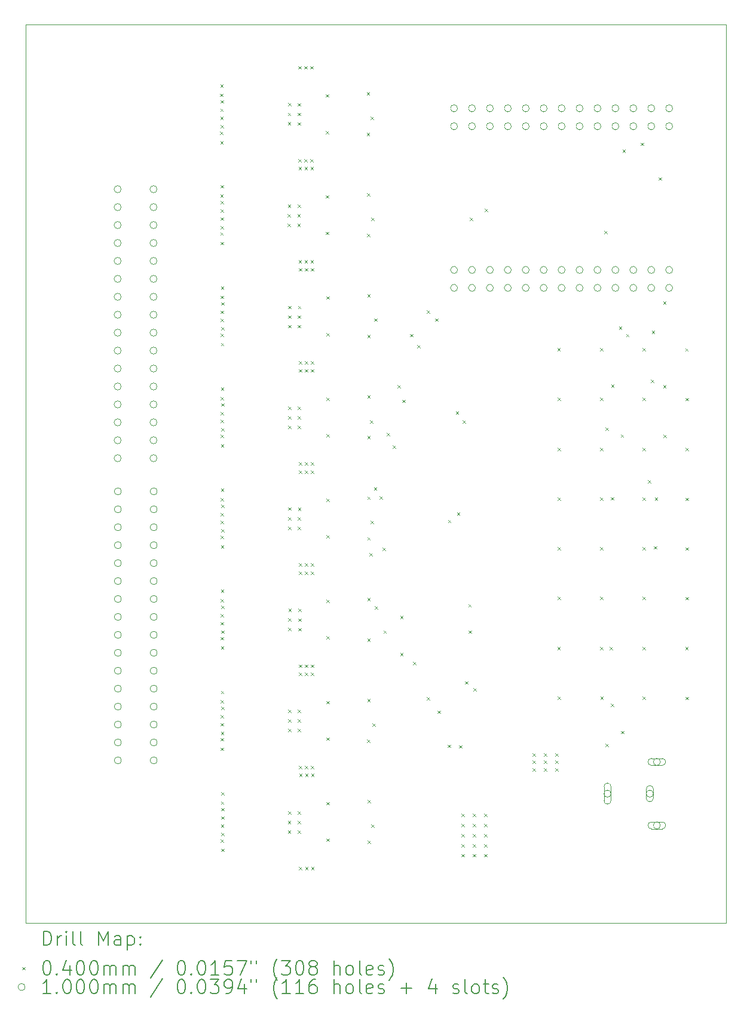
<source format=gbr>
%TF.GenerationSoftware,KiCad,Pcbnew,8.0.1*%
%TF.CreationDate,2024-09-04T11:05:36-04:00*%
%TF.ProjectId,16ch-driver-v1,31366368-2d64-4726-9976-65722d76312e,rev?*%
%TF.SameCoordinates,Original*%
%TF.FileFunction,Drillmap*%
%TF.FilePolarity,Positive*%
%FSLAX45Y45*%
G04 Gerber Fmt 4.5, Leading zero omitted, Abs format (unit mm)*
G04 Created by KiCad (PCBNEW 8.0.1) date 2024-09-04 11:05:36*
%MOMM*%
%LPD*%
G01*
G04 APERTURE LIST*
%ADD10C,0.100000*%
%ADD11C,0.200000*%
G04 APERTURE END LIST*
D10*
X8850000Y-3731000D02*
X18775000Y-3731000D01*
X18775000Y-16456000D01*
X8850000Y-16456000D01*
X8850000Y-3731000D01*
D11*
D10*
X11607250Y-4711250D02*
X11647250Y-4751250D01*
X11647250Y-4711250D02*
X11607250Y-4751250D01*
X11607250Y-5247500D02*
X11647250Y-5287500D01*
X11647250Y-5247500D02*
X11607250Y-5287500D01*
X11609250Y-4923250D02*
X11649250Y-4963250D01*
X11649250Y-4923250D02*
X11609250Y-4963250D01*
X11609250Y-5035500D02*
X11649250Y-5075500D01*
X11649250Y-5035500D02*
X11609250Y-5075500D01*
X11609750Y-6140000D02*
X11649750Y-6180000D01*
X11649750Y-6140000D02*
X11609750Y-6180000D01*
X11609750Y-6676250D02*
X11649750Y-6716250D01*
X11649750Y-6676250D02*
X11609750Y-6716250D01*
X11610250Y-4577500D02*
X11650250Y-4617500D01*
X11650250Y-4577500D02*
X11610250Y-4617500D01*
X11610250Y-5381250D02*
X11650250Y-5421250D01*
X11650250Y-5381250D02*
X11610250Y-5421250D01*
X11611750Y-6352000D02*
X11651750Y-6392000D01*
X11651750Y-6352000D02*
X11611750Y-6392000D01*
X11611750Y-6464250D02*
X11651750Y-6504250D01*
X11651750Y-6464250D02*
X11611750Y-6504250D01*
X11612250Y-4803500D02*
X11652250Y-4843500D01*
X11652250Y-4803500D02*
X11612250Y-4843500D01*
X11612250Y-5155250D02*
X11652250Y-5195250D01*
X11652250Y-5155250D02*
X11612250Y-5195250D01*
X11612750Y-6006250D02*
X11652750Y-6046250D01*
X11652750Y-6006250D02*
X11612750Y-6046250D01*
X11612750Y-6810000D02*
X11652750Y-6850000D01*
X11652750Y-6810000D02*
X11612750Y-6850000D01*
X11613600Y-13303000D02*
X11653600Y-13343000D01*
X11653600Y-13303000D02*
X11613600Y-13343000D01*
X11614750Y-6232250D02*
X11654750Y-6272250D01*
X11654750Y-6232250D02*
X11614750Y-6272250D01*
X11614750Y-6584000D02*
X11654750Y-6624000D01*
X11654750Y-6584000D02*
X11614750Y-6624000D01*
X11614750Y-7572500D02*
X11654750Y-7612500D01*
X11654750Y-7572500D02*
X11614750Y-7612500D01*
X11614750Y-8108821D02*
X11654750Y-8148821D01*
X11654750Y-8108821D02*
X11614750Y-8148821D01*
X11614750Y-9005000D02*
X11654750Y-9045000D01*
X11654750Y-9005000D02*
X11614750Y-9045000D01*
X11614750Y-9541393D02*
X11654750Y-9581393D01*
X11654750Y-9541393D02*
X11614750Y-9581393D01*
X11614750Y-10437500D02*
X11654750Y-10477500D01*
X11654750Y-10437500D02*
X11614750Y-10477500D01*
X11614750Y-10973964D02*
X11654750Y-11013964D01*
X11654750Y-10973964D02*
X11614750Y-11013964D01*
X11614750Y-11870000D02*
X11654750Y-11910000D01*
X11654750Y-11870000D02*
X11614750Y-11910000D01*
X11614750Y-12406535D02*
X11654750Y-12446535D01*
X11654750Y-12406535D02*
X11614750Y-12446535D01*
X11614750Y-13839107D02*
X11654750Y-13879107D01*
X11654750Y-13839107D02*
X11614750Y-13879107D01*
X11615600Y-13515000D02*
X11655600Y-13555000D01*
X11655600Y-13515000D02*
X11615600Y-13555000D01*
X11616600Y-13973000D02*
X11656600Y-14013000D01*
X11656600Y-13973000D02*
X11616600Y-14013000D01*
X11616750Y-7784500D02*
X11656750Y-7824500D01*
X11656750Y-7784500D02*
X11616750Y-7824500D01*
X11616750Y-7896821D02*
X11656750Y-7936821D01*
X11656750Y-7896821D02*
X11616750Y-7936821D01*
X11616750Y-9217000D02*
X11656750Y-9257000D01*
X11656750Y-9217000D02*
X11616750Y-9257000D01*
X11616750Y-9329393D02*
X11656750Y-9369393D01*
X11656750Y-9329393D02*
X11616750Y-9369393D01*
X11616750Y-10649500D02*
X11656750Y-10689500D01*
X11656750Y-10649500D02*
X11616750Y-10689500D01*
X11616750Y-10761964D02*
X11656750Y-10801964D01*
X11656750Y-10761964D02*
X11616750Y-10801964D01*
X11616750Y-12082000D02*
X11656750Y-12122000D01*
X11656750Y-12082000D02*
X11616750Y-12122000D01*
X11616750Y-12194535D02*
X11656750Y-12234535D01*
X11656750Y-12194535D02*
X11616750Y-12234535D01*
X11616750Y-13627107D02*
X11656750Y-13667107D01*
X11656750Y-13627107D02*
X11616750Y-13667107D01*
X11616750Y-15271678D02*
X11656750Y-15311678D01*
X11656750Y-15271678D02*
X11616750Y-15311678D01*
X11617750Y-7438821D02*
X11657750Y-7478821D01*
X11657750Y-7438821D02*
X11617750Y-7478821D01*
X11617750Y-8242500D02*
X11657750Y-8282500D01*
X11657750Y-8242500D02*
X11617750Y-8282500D01*
X11617750Y-8871393D02*
X11657750Y-8911393D01*
X11657750Y-8871393D02*
X11617750Y-8911393D01*
X11617750Y-9675000D02*
X11657750Y-9715000D01*
X11657750Y-9675000D02*
X11617750Y-9715000D01*
X11617750Y-10303964D02*
X11657750Y-10343964D01*
X11657750Y-10303964D02*
X11617750Y-10343964D01*
X11617750Y-11107500D02*
X11657750Y-11147500D01*
X11657750Y-11107500D02*
X11617750Y-11147500D01*
X11617750Y-11736535D02*
X11657750Y-11776535D01*
X11657750Y-11736535D02*
X11617750Y-11776535D01*
X11617750Y-12540000D02*
X11657750Y-12580000D01*
X11657750Y-12540000D02*
X11617750Y-12580000D01*
X11617750Y-13169107D02*
X11657750Y-13209107D01*
X11657750Y-13169107D02*
X11617750Y-13209107D01*
X11617850Y-14734500D02*
X11657850Y-14774500D01*
X11657850Y-14734500D02*
X11617850Y-14774500D01*
X11618600Y-13747000D02*
X11658600Y-13787000D01*
X11658600Y-13747000D02*
X11618600Y-13787000D01*
X11618750Y-15059678D02*
X11658750Y-15099678D01*
X11658750Y-15059678D02*
X11618750Y-15099678D01*
X11619750Y-7664821D02*
X11659750Y-7704821D01*
X11659750Y-7664821D02*
X11619750Y-7704821D01*
X11619750Y-8016500D02*
X11659750Y-8056500D01*
X11659750Y-8016500D02*
X11619750Y-8056500D01*
X11619750Y-9097393D02*
X11659750Y-9137393D01*
X11659750Y-9097393D02*
X11619750Y-9137393D01*
X11619750Y-9449000D02*
X11659750Y-9489000D01*
X11659750Y-9449000D02*
X11619750Y-9489000D01*
X11619750Y-10529964D02*
X11659750Y-10569964D01*
X11659750Y-10529964D02*
X11619750Y-10569964D01*
X11619750Y-10881500D02*
X11659750Y-10921500D01*
X11659750Y-10881500D02*
X11619750Y-10921500D01*
X11619750Y-11962535D02*
X11659750Y-12002535D01*
X11659750Y-11962535D02*
X11619750Y-12002535D01*
X11619750Y-12314000D02*
X11659750Y-12354000D01*
X11659750Y-12314000D02*
X11619750Y-12354000D01*
X11619750Y-13395107D02*
X11659750Y-13435107D01*
X11659750Y-13395107D02*
X11619750Y-13435107D01*
X11619750Y-14601678D02*
X11659750Y-14641678D01*
X11659750Y-14601678D02*
X11619750Y-14641678D01*
X11619850Y-14946500D02*
X11659850Y-14986500D01*
X11659850Y-14946500D02*
X11619850Y-14986500D01*
X11620850Y-15404500D02*
X11660850Y-15444500D01*
X11660850Y-15404500D02*
X11620850Y-15444500D01*
X11621750Y-14827678D02*
X11661750Y-14867678D01*
X11661750Y-14827678D02*
X11621750Y-14867678D01*
X11622850Y-15178500D02*
X11662850Y-15218500D01*
X11662850Y-15178500D02*
X11622850Y-15218500D01*
X12564000Y-6416000D02*
X12604000Y-6456000D01*
X12604000Y-6416000D02*
X12564000Y-6456000D01*
X12564000Y-6551000D02*
X12604000Y-6591000D01*
X12604000Y-6551000D02*
X12564000Y-6591000D01*
X12566000Y-6280000D02*
X12606000Y-6320000D01*
X12606000Y-6280000D02*
X12566000Y-6320000D01*
X12566000Y-15010000D02*
X12606000Y-15050000D01*
X12606000Y-15010000D02*
X12566000Y-15050000D01*
X12566000Y-15145000D02*
X12606000Y-15185000D01*
X12606000Y-15145000D02*
X12566000Y-15185000D01*
X12567000Y-4981000D02*
X12607000Y-5021000D01*
X12607000Y-4981000D02*
X12567000Y-5021000D01*
X12567000Y-5116000D02*
X12607000Y-5156000D01*
X12607000Y-5116000D02*
X12567000Y-5156000D01*
X12568000Y-9280000D02*
X12608000Y-9320000D01*
X12608000Y-9280000D02*
X12568000Y-9320000D01*
X12568000Y-9415000D02*
X12608000Y-9455000D01*
X12608000Y-9415000D02*
X12568000Y-9455000D01*
X12568000Y-13571000D02*
X12608000Y-13611000D01*
X12608000Y-13571000D02*
X12568000Y-13611000D01*
X12568000Y-13706000D02*
X12608000Y-13746000D01*
X12608000Y-13706000D02*
X12568000Y-13746000D01*
X12568000Y-14874000D02*
X12608000Y-14914000D01*
X12608000Y-14874000D02*
X12568000Y-14914000D01*
X12569000Y-4845000D02*
X12609000Y-4885000D01*
X12609000Y-4845000D02*
X12569000Y-4885000D01*
X12570000Y-7852000D02*
X12610000Y-7892000D01*
X12610000Y-7852000D02*
X12570000Y-7892000D01*
X12570000Y-7987000D02*
X12610000Y-8027000D01*
X12610000Y-7987000D02*
X12570000Y-8027000D01*
X12570000Y-9144000D02*
X12610000Y-9184000D01*
X12610000Y-9144000D02*
X12570000Y-9184000D01*
X12570000Y-10707000D02*
X12610000Y-10747000D01*
X12610000Y-10707000D02*
X12570000Y-10747000D01*
X12570000Y-10842000D02*
X12610000Y-10882000D01*
X12610000Y-10842000D02*
X12570000Y-10882000D01*
X12570000Y-13435000D02*
X12610000Y-13475000D01*
X12610000Y-13435000D02*
X12570000Y-13475000D01*
X12572000Y-7716000D02*
X12612000Y-7756000D01*
X12612000Y-7716000D02*
X12572000Y-7756000D01*
X12572000Y-10571000D02*
X12612000Y-10611000D01*
X12612000Y-10571000D02*
X12572000Y-10611000D01*
X12574000Y-12143000D02*
X12614000Y-12183000D01*
X12614000Y-12143000D02*
X12574000Y-12183000D01*
X12574000Y-12278000D02*
X12614000Y-12318000D01*
X12614000Y-12278000D02*
X12574000Y-12318000D01*
X12576000Y-12007000D02*
X12616000Y-12047000D01*
X12616000Y-12007000D02*
X12576000Y-12047000D01*
X12702000Y-6417000D02*
X12742000Y-6457000D01*
X12742000Y-6417000D02*
X12702000Y-6457000D01*
X12702000Y-6552000D02*
X12742000Y-6592000D01*
X12742000Y-6552000D02*
X12702000Y-6592000D01*
X12704000Y-6281000D02*
X12744000Y-6321000D01*
X12744000Y-6281000D02*
X12704000Y-6321000D01*
X12704000Y-15011000D02*
X12744000Y-15051000D01*
X12744000Y-15011000D02*
X12704000Y-15051000D01*
X12704000Y-15146000D02*
X12744000Y-15186000D01*
X12744000Y-15146000D02*
X12704000Y-15186000D01*
X12705000Y-4982000D02*
X12745000Y-5022000D01*
X12745000Y-4982000D02*
X12705000Y-5022000D01*
X12705000Y-5117000D02*
X12745000Y-5157000D01*
X12745000Y-5117000D02*
X12705000Y-5157000D01*
X12706000Y-9281000D02*
X12746000Y-9321000D01*
X12746000Y-9281000D02*
X12706000Y-9321000D01*
X12706000Y-9416000D02*
X12746000Y-9456000D01*
X12746000Y-9416000D02*
X12706000Y-9456000D01*
X12706000Y-13572000D02*
X12746000Y-13612000D01*
X12746000Y-13572000D02*
X12706000Y-13612000D01*
X12706000Y-13707000D02*
X12746000Y-13747000D01*
X12746000Y-13707000D02*
X12706000Y-13747000D01*
X12706000Y-14875000D02*
X12746000Y-14915000D01*
X12746000Y-14875000D02*
X12706000Y-14915000D01*
X12707000Y-4846000D02*
X12747000Y-4886000D01*
X12747000Y-4846000D02*
X12707000Y-4886000D01*
X12708000Y-7853000D02*
X12748000Y-7893000D01*
X12748000Y-7853000D02*
X12708000Y-7893000D01*
X12708000Y-7988000D02*
X12748000Y-8028000D01*
X12748000Y-7988000D02*
X12708000Y-8028000D01*
X12708000Y-9145000D02*
X12748000Y-9185000D01*
X12748000Y-9145000D02*
X12708000Y-9185000D01*
X12708000Y-10708000D02*
X12748000Y-10748000D01*
X12748000Y-10708000D02*
X12708000Y-10748000D01*
X12708000Y-10843000D02*
X12748000Y-10883000D01*
X12748000Y-10843000D02*
X12708000Y-10883000D01*
X12708000Y-13436000D02*
X12748000Y-13476000D01*
X12748000Y-13436000D02*
X12708000Y-13476000D01*
X12710000Y-7717000D02*
X12750000Y-7757000D01*
X12750000Y-7717000D02*
X12710000Y-7757000D01*
X12710000Y-10572000D02*
X12750000Y-10612000D01*
X12750000Y-10572000D02*
X12710000Y-10612000D01*
X12712000Y-12144000D02*
X12752000Y-12184000D01*
X12752000Y-12144000D02*
X12712000Y-12184000D01*
X12712000Y-12279000D02*
X12752000Y-12319000D01*
X12752000Y-12279000D02*
X12712000Y-12319000D01*
X12714000Y-12008000D02*
X12754000Y-12048000D01*
X12754000Y-12008000D02*
X12714000Y-12048000D01*
X12716750Y-4321250D02*
X12756750Y-4361250D01*
X12756750Y-4321250D02*
X12716750Y-4361250D01*
X12716750Y-5637500D02*
X12756750Y-5677500D01*
X12756750Y-5637500D02*
X12716750Y-5677500D01*
X12719250Y-5750000D02*
X12759250Y-5790000D01*
X12759250Y-5750000D02*
X12719250Y-5790000D01*
X12719250Y-7066250D02*
X12759250Y-7106250D01*
X12759250Y-7066250D02*
X12719250Y-7106250D01*
X12723100Y-12913000D02*
X12763100Y-12953000D01*
X12763100Y-12913000D02*
X12723100Y-12953000D01*
X12724250Y-7182500D02*
X12764250Y-7222500D01*
X12764250Y-7182500D02*
X12724250Y-7222500D01*
X12724250Y-8498821D02*
X12764250Y-8538821D01*
X12764250Y-8498821D02*
X12724250Y-8538821D01*
X12724250Y-8615000D02*
X12764250Y-8655000D01*
X12764250Y-8615000D02*
X12724250Y-8655000D01*
X12724250Y-9931393D02*
X12764250Y-9971393D01*
X12764250Y-9931393D02*
X12724250Y-9971393D01*
X12724250Y-10047500D02*
X12764250Y-10087500D01*
X12764250Y-10047500D02*
X12724250Y-10087500D01*
X12724250Y-11363964D02*
X12764250Y-11403964D01*
X12764250Y-11363964D02*
X12724250Y-11403964D01*
X12724250Y-11480000D02*
X12764250Y-11520000D01*
X12764250Y-11480000D02*
X12724250Y-11520000D01*
X12724250Y-12796535D02*
X12764250Y-12836535D01*
X12764250Y-12796535D02*
X12724250Y-12836535D01*
X12724250Y-14229107D02*
X12764250Y-14269107D01*
X12764250Y-14229107D02*
X12724250Y-14269107D01*
X12726250Y-15661678D02*
X12766250Y-15701678D01*
X12766250Y-15661678D02*
X12726250Y-15701678D01*
X12727350Y-14344500D02*
X12767350Y-14384500D01*
X12767350Y-14344500D02*
X12727350Y-14384500D01*
X12801750Y-4321250D02*
X12841750Y-4361250D01*
X12841750Y-4321250D02*
X12801750Y-4361250D01*
X12801750Y-5637500D02*
X12841750Y-5677500D01*
X12841750Y-5637500D02*
X12801750Y-5677500D01*
X12804250Y-5750000D02*
X12844250Y-5790000D01*
X12844250Y-5750000D02*
X12804250Y-5790000D01*
X12804250Y-7066250D02*
X12844250Y-7106250D01*
X12844250Y-7066250D02*
X12804250Y-7106250D01*
X12808100Y-12913000D02*
X12848100Y-12953000D01*
X12848100Y-12913000D02*
X12808100Y-12953000D01*
X12809250Y-7182500D02*
X12849250Y-7222500D01*
X12849250Y-7182500D02*
X12809250Y-7222500D01*
X12809250Y-8498821D02*
X12849250Y-8538821D01*
X12849250Y-8498821D02*
X12809250Y-8538821D01*
X12809250Y-8615000D02*
X12849250Y-8655000D01*
X12849250Y-8615000D02*
X12809250Y-8655000D01*
X12809250Y-9931393D02*
X12849250Y-9971393D01*
X12849250Y-9931393D02*
X12809250Y-9971393D01*
X12809250Y-10047500D02*
X12849250Y-10087500D01*
X12849250Y-10047500D02*
X12809250Y-10087500D01*
X12809250Y-11363964D02*
X12849250Y-11403964D01*
X12849250Y-11363964D02*
X12809250Y-11403964D01*
X12809250Y-11480000D02*
X12849250Y-11520000D01*
X12849250Y-11480000D02*
X12809250Y-11520000D01*
X12809250Y-12796535D02*
X12849250Y-12836535D01*
X12849250Y-12796535D02*
X12809250Y-12836535D01*
X12809250Y-14229107D02*
X12849250Y-14269107D01*
X12849250Y-14229107D02*
X12809250Y-14269107D01*
X12811250Y-15661678D02*
X12851250Y-15701678D01*
X12851250Y-15661678D02*
X12811250Y-15701678D01*
X12812350Y-14344500D02*
X12852350Y-14384500D01*
X12852350Y-14344500D02*
X12812350Y-14384500D01*
X12886750Y-4321250D02*
X12926750Y-4361250D01*
X12926750Y-4321250D02*
X12886750Y-4361250D01*
X12886750Y-5637500D02*
X12926750Y-5677500D01*
X12926750Y-5637500D02*
X12886750Y-5677500D01*
X12889250Y-5750000D02*
X12929250Y-5790000D01*
X12929250Y-5750000D02*
X12889250Y-5790000D01*
X12889250Y-7066250D02*
X12929250Y-7106250D01*
X12929250Y-7066250D02*
X12889250Y-7106250D01*
X12893100Y-12913000D02*
X12933100Y-12953000D01*
X12933100Y-12913000D02*
X12893100Y-12953000D01*
X12894250Y-7182500D02*
X12934250Y-7222500D01*
X12934250Y-7182500D02*
X12894250Y-7222500D01*
X12894250Y-8498821D02*
X12934250Y-8538821D01*
X12934250Y-8498821D02*
X12894250Y-8538821D01*
X12894250Y-8615000D02*
X12934250Y-8655000D01*
X12934250Y-8615000D02*
X12894250Y-8655000D01*
X12894250Y-9931393D02*
X12934250Y-9971393D01*
X12934250Y-9931393D02*
X12894250Y-9971393D01*
X12894250Y-10047500D02*
X12934250Y-10087500D01*
X12934250Y-10047500D02*
X12894250Y-10087500D01*
X12894250Y-11363964D02*
X12934250Y-11403964D01*
X12934250Y-11363964D02*
X12894250Y-11403964D01*
X12894250Y-11480000D02*
X12934250Y-11520000D01*
X12934250Y-11480000D02*
X12894250Y-11520000D01*
X12894250Y-12796535D02*
X12934250Y-12836535D01*
X12934250Y-12796535D02*
X12894250Y-12836535D01*
X12894250Y-14229107D02*
X12934250Y-14269107D01*
X12934250Y-14229107D02*
X12894250Y-14269107D01*
X12896250Y-15661678D02*
X12936250Y-15701678D01*
X12936250Y-15661678D02*
X12896250Y-15701678D01*
X12897350Y-14344500D02*
X12937350Y-14384500D01*
X12937350Y-14344500D02*
X12897350Y-14384500D01*
X13104250Y-4720500D02*
X13144250Y-4760500D01*
X13144250Y-4720500D02*
X13104250Y-4760500D01*
X13104250Y-5238250D02*
X13144250Y-5278250D01*
X13144250Y-5238250D02*
X13104250Y-5278250D01*
X13106750Y-6149250D02*
X13146750Y-6189250D01*
X13146750Y-6149250D02*
X13106750Y-6189250D01*
X13106750Y-6667000D02*
X13146750Y-6707000D01*
X13146750Y-6667000D02*
X13106750Y-6707000D01*
X13110600Y-13830000D02*
X13150600Y-13870000D01*
X13150600Y-13830000D02*
X13110600Y-13870000D01*
X13111750Y-7581821D02*
X13151750Y-7621821D01*
X13151750Y-7581821D02*
X13111750Y-7621821D01*
X13111750Y-8099500D02*
X13151750Y-8139500D01*
X13151750Y-8099500D02*
X13111750Y-8139500D01*
X13111750Y-9014393D02*
X13151750Y-9054393D01*
X13151750Y-9014393D02*
X13111750Y-9054393D01*
X13111750Y-9532000D02*
X13151750Y-9572000D01*
X13151750Y-9532000D02*
X13111750Y-9572000D01*
X13111750Y-10446964D02*
X13151750Y-10486964D01*
X13151750Y-10446964D02*
X13111750Y-10486964D01*
X13111750Y-10964500D02*
X13151750Y-11004500D01*
X13151750Y-10964500D02*
X13111750Y-11004500D01*
X13111750Y-11879535D02*
X13151750Y-11919535D01*
X13151750Y-11879535D02*
X13111750Y-11919535D01*
X13111750Y-12397000D02*
X13151750Y-12437000D01*
X13151750Y-12397000D02*
X13111750Y-12437000D01*
X13111750Y-13312107D02*
X13151750Y-13352107D01*
X13151750Y-13312107D02*
X13111750Y-13352107D01*
X13113750Y-14744678D02*
X13153750Y-14784678D01*
X13153750Y-14744678D02*
X13113750Y-14784678D01*
X13114850Y-15261500D02*
X13154850Y-15301500D01*
X13154850Y-15261500D02*
X13114850Y-15301500D01*
X13685250Y-4691500D02*
X13725250Y-4731500D01*
X13725250Y-4691500D02*
X13685250Y-4731500D01*
X13685250Y-5267250D02*
X13725250Y-5307250D01*
X13725250Y-5267250D02*
X13685250Y-5307250D01*
X13687750Y-6120250D02*
X13727750Y-6160250D01*
X13727750Y-6120250D02*
X13687750Y-6160250D01*
X13687750Y-6696000D02*
X13727750Y-6736000D01*
X13727750Y-6696000D02*
X13687750Y-6736000D01*
X13691600Y-13859000D02*
X13731600Y-13899000D01*
X13731600Y-13859000D02*
X13691600Y-13899000D01*
X13692750Y-7552821D02*
X13732750Y-7592821D01*
X13732750Y-7552821D02*
X13692750Y-7592821D01*
X13692750Y-8128500D02*
X13732750Y-8168500D01*
X13732750Y-8128500D02*
X13692750Y-8168500D01*
X13692750Y-8985393D02*
X13732750Y-9025393D01*
X13732750Y-8985393D02*
X13692750Y-9025393D01*
X13692750Y-9561000D02*
X13732750Y-9601000D01*
X13732750Y-9561000D02*
X13692750Y-9601000D01*
X13692750Y-10417964D02*
X13732750Y-10457964D01*
X13732750Y-10417964D02*
X13692750Y-10457964D01*
X13692750Y-10993500D02*
X13732750Y-11033500D01*
X13732750Y-10993500D02*
X13692750Y-11033500D01*
X13692750Y-11850535D02*
X13732750Y-11890535D01*
X13732750Y-11850535D02*
X13692750Y-11890535D01*
X13692750Y-12426000D02*
X13732750Y-12466000D01*
X13732750Y-12426000D02*
X13692750Y-12466000D01*
X13692750Y-13283107D02*
X13732750Y-13323107D01*
X13732750Y-13283107D02*
X13692750Y-13323107D01*
X13694750Y-14715678D02*
X13734750Y-14755678D01*
X13734750Y-14715678D02*
X13694750Y-14755678D01*
X13695850Y-15290500D02*
X13735850Y-15330500D01*
X13735850Y-15290500D02*
X13695850Y-15330500D01*
X13722500Y-11218500D02*
X13762500Y-11258500D01*
X13762500Y-11218500D02*
X13722500Y-11258500D01*
X13734000Y-9336000D02*
X13774000Y-9376000D01*
X13774000Y-9336000D02*
X13734000Y-9376000D01*
X13737500Y-5036000D02*
X13777500Y-5076000D01*
X13777500Y-5036000D02*
X13737500Y-5076000D01*
X13740000Y-10759000D02*
X13780000Y-10799000D01*
X13780000Y-10759000D02*
X13740000Y-10799000D01*
X13745000Y-15063000D02*
X13785000Y-15103000D01*
X13785000Y-15063000D02*
X13745000Y-15103000D01*
X13750000Y-6466000D02*
X13790000Y-6506000D01*
X13790000Y-6466000D02*
X13750000Y-6506000D01*
X13763000Y-13633000D02*
X13803000Y-13673000D01*
X13803000Y-13633000D02*
X13763000Y-13673000D01*
X13785000Y-10288500D02*
X13825000Y-10328500D01*
X13825000Y-10288500D02*
X13785000Y-10328500D01*
X13790000Y-7893500D02*
X13830000Y-7933500D01*
X13830000Y-7893500D02*
X13790000Y-7933500D01*
X13799000Y-11972000D02*
X13839000Y-12012000D01*
X13839000Y-11972000D02*
X13799000Y-12012000D01*
X13867500Y-10413500D02*
X13907500Y-10453500D01*
X13907500Y-10413500D02*
X13867500Y-10453500D01*
X13910000Y-11138500D02*
X13950000Y-11178500D01*
X13950000Y-11138500D02*
X13910000Y-11178500D01*
X13922500Y-12313500D02*
X13962500Y-12353500D01*
X13962500Y-12313500D02*
X13922500Y-12353500D01*
X13965000Y-9516000D02*
X14005000Y-9556000D01*
X14005000Y-9516000D02*
X13965000Y-9556000D01*
X14055000Y-9696000D02*
X14095000Y-9736000D01*
X14095000Y-9696000D02*
X14055000Y-9736000D01*
X14117500Y-8838500D02*
X14157500Y-8878500D01*
X14157500Y-8838500D02*
X14117500Y-8878500D01*
X14157500Y-12106000D02*
X14197500Y-12146000D01*
X14197500Y-12106000D02*
X14157500Y-12146000D01*
X14157500Y-12631000D02*
X14197500Y-12671000D01*
X14197500Y-12631000D02*
X14157500Y-12671000D01*
X14187500Y-9046000D02*
X14227500Y-9086000D01*
X14227500Y-9046000D02*
X14187500Y-9086000D01*
X14297500Y-8113500D02*
X14337500Y-8153500D01*
X14337500Y-8113500D02*
X14297500Y-8153500D01*
X14340000Y-12756000D02*
X14380000Y-12796000D01*
X14380000Y-12756000D02*
X14340000Y-12796000D01*
X14402500Y-8273500D02*
X14442500Y-8313500D01*
X14442500Y-8273500D02*
X14402500Y-8313500D01*
X14535000Y-7778821D02*
X14575000Y-7818821D01*
X14575000Y-7778821D02*
X14535000Y-7818821D01*
X14535000Y-13261000D02*
X14575000Y-13301000D01*
X14575000Y-13261000D02*
X14535000Y-13301000D01*
X14655000Y-7893500D02*
X14695000Y-7933500D01*
X14695000Y-7893500D02*
X14655000Y-7933500D01*
X14685000Y-13448500D02*
X14725000Y-13488500D01*
X14725000Y-13448500D02*
X14685000Y-13488500D01*
X14832500Y-13931000D02*
X14872500Y-13971000D01*
X14872500Y-13931000D02*
X14832500Y-13971000D01*
X14835000Y-10747000D02*
X14875000Y-10787000D01*
X14875000Y-10747000D02*
X14835000Y-10787000D01*
X14945000Y-9208500D02*
X14985000Y-9248500D01*
X14985000Y-9208500D02*
X14945000Y-9248500D01*
X14963000Y-10644000D02*
X15003000Y-10684000D01*
X15003000Y-10644000D02*
X14963000Y-10684000D01*
X14990000Y-13940000D02*
X15030000Y-13980000D01*
X15030000Y-13940000D02*
X14990000Y-13980000D01*
X15027000Y-14911000D02*
X15067000Y-14951000D01*
X15067000Y-14911000D02*
X15027000Y-14951000D01*
X15027000Y-15053500D02*
X15067000Y-15093500D01*
X15067000Y-15053500D02*
X15027000Y-15093500D01*
X15028000Y-15196000D02*
X15068000Y-15236000D01*
X15068000Y-15196000D02*
X15028000Y-15236000D01*
X15028000Y-15338500D02*
X15068000Y-15378500D01*
X15068000Y-15338500D02*
X15028000Y-15378500D01*
X15029000Y-15481000D02*
X15069000Y-15521000D01*
X15069000Y-15481000D02*
X15029000Y-15521000D01*
X15044000Y-9336000D02*
X15084000Y-9376000D01*
X15084000Y-9336000D02*
X15044000Y-9376000D01*
X15077500Y-13033500D02*
X15117500Y-13073500D01*
X15117500Y-13033500D02*
X15077500Y-13073500D01*
X15124000Y-11942000D02*
X15164000Y-11982000D01*
X15164000Y-11942000D02*
X15124000Y-11982000D01*
X15125000Y-12313500D02*
X15165000Y-12353500D01*
X15165000Y-12313500D02*
X15125000Y-12353500D01*
X15142500Y-6466000D02*
X15182500Y-6506000D01*
X15182500Y-6466000D02*
X15142500Y-6506000D01*
X15187000Y-14911000D02*
X15227000Y-14951000D01*
X15227000Y-14911000D02*
X15187000Y-14951000D01*
X15187000Y-15053500D02*
X15227000Y-15093500D01*
X15227000Y-15053500D02*
X15187000Y-15093500D01*
X15188000Y-15196000D02*
X15228000Y-15236000D01*
X15228000Y-15196000D02*
X15188000Y-15236000D01*
X15188000Y-15338500D02*
X15228000Y-15378500D01*
X15228000Y-15338500D02*
X15188000Y-15378500D01*
X15189000Y-15481000D02*
X15229000Y-15521000D01*
X15229000Y-15481000D02*
X15189000Y-15521000D01*
X15197500Y-13128500D02*
X15237500Y-13168500D01*
X15237500Y-13128500D02*
X15197500Y-13168500D01*
X15347000Y-14911000D02*
X15387000Y-14951000D01*
X15387000Y-14911000D02*
X15347000Y-14951000D01*
X15347000Y-15053500D02*
X15387000Y-15093500D01*
X15387000Y-15053500D02*
X15347000Y-15093500D01*
X15348000Y-15196000D02*
X15388000Y-15236000D01*
X15388000Y-15196000D02*
X15348000Y-15236000D01*
X15348000Y-15338500D02*
X15388000Y-15378500D01*
X15388000Y-15338500D02*
X15348000Y-15378500D01*
X15349000Y-15481000D02*
X15389000Y-15521000D01*
X15389000Y-15481000D02*
X15349000Y-15521000D01*
X15357500Y-6338500D02*
X15397500Y-6378500D01*
X15397500Y-6338500D02*
X15357500Y-6378500D01*
X16032000Y-14053000D02*
X16072000Y-14093000D01*
X16072000Y-14053000D02*
X16032000Y-14093000D01*
X16032000Y-14156000D02*
X16072000Y-14196000D01*
X16072000Y-14156000D02*
X16032000Y-14196000D01*
X16032000Y-14264000D02*
X16072000Y-14304000D01*
X16072000Y-14264000D02*
X16032000Y-14304000D01*
X16197000Y-14053000D02*
X16237000Y-14093000D01*
X16237000Y-14053000D02*
X16197000Y-14093000D01*
X16197000Y-14156000D02*
X16237000Y-14196000D01*
X16237000Y-14156000D02*
X16197000Y-14196000D01*
X16197000Y-14264000D02*
X16237000Y-14304000D01*
X16237000Y-14264000D02*
X16197000Y-14304000D01*
X16357000Y-14053000D02*
X16397000Y-14093000D01*
X16397000Y-14053000D02*
X16357000Y-14093000D01*
X16357000Y-14156000D02*
X16397000Y-14196000D01*
X16397000Y-14156000D02*
X16357000Y-14196000D01*
X16357000Y-14264000D02*
X16397000Y-14304000D01*
X16397000Y-14264000D02*
X16357000Y-14304000D01*
X16384500Y-8316000D02*
X16424500Y-8356000D01*
X16424500Y-8316000D02*
X16384500Y-8356000D01*
X16384500Y-12546000D02*
X16424500Y-12586000D01*
X16424500Y-12546000D02*
X16384500Y-12586000D01*
X16387000Y-9018500D02*
X16427000Y-9058500D01*
X16427000Y-9018500D02*
X16387000Y-9058500D01*
X16387000Y-9726000D02*
X16427000Y-9766000D01*
X16427000Y-9726000D02*
X16387000Y-9766000D01*
X16387000Y-10431000D02*
X16427000Y-10471000D01*
X16427000Y-10431000D02*
X16387000Y-10471000D01*
X16387000Y-11133500D02*
X16427000Y-11173500D01*
X16427000Y-11133500D02*
X16387000Y-11173500D01*
X16387000Y-11838500D02*
X16427000Y-11878500D01*
X16427000Y-11838500D02*
X16387000Y-11878500D01*
X16390000Y-13251000D02*
X16430000Y-13291000D01*
X16430000Y-13251000D02*
X16390000Y-13291000D01*
X16989000Y-8316000D02*
X17029000Y-8356000D01*
X17029000Y-8316000D02*
X16989000Y-8356000D01*
X16989000Y-12546000D02*
X17029000Y-12586000D01*
X17029000Y-12546000D02*
X16989000Y-12586000D01*
X16991500Y-9018500D02*
X17031500Y-9058500D01*
X17031500Y-9018500D02*
X16991500Y-9058500D01*
X16991500Y-9726000D02*
X17031500Y-9766000D01*
X17031500Y-9726000D02*
X16991500Y-9766000D01*
X16991500Y-10431000D02*
X17031500Y-10471000D01*
X17031500Y-10431000D02*
X16991500Y-10471000D01*
X16991500Y-11133500D02*
X17031500Y-11173500D01*
X17031500Y-11133500D02*
X16991500Y-11173500D01*
X16991500Y-11838500D02*
X17031500Y-11878500D01*
X17031500Y-11838500D02*
X16991500Y-11878500D01*
X16994500Y-13251000D02*
X17034500Y-13291000D01*
X17034500Y-13251000D02*
X16994500Y-13291000D01*
X17050000Y-6651000D02*
X17090000Y-6691000D01*
X17090000Y-6651000D02*
X17050000Y-6691000D01*
X17065000Y-9438500D02*
X17105000Y-9478500D01*
X17105000Y-9438500D02*
X17065000Y-9478500D01*
X17065000Y-13916000D02*
X17105000Y-13956000D01*
X17105000Y-13916000D02*
X17065000Y-13956000D01*
X17125000Y-12548500D02*
X17165000Y-12588500D01*
X17165000Y-12548500D02*
X17125000Y-12588500D01*
X17145000Y-10426000D02*
X17185000Y-10466000D01*
X17185000Y-10426000D02*
X17145000Y-10466000D01*
X17145000Y-13353500D02*
X17185000Y-13393500D01*
X17185000Y-13353500D02*
X17145000Y-13393500D01*
X17147500Y-8831000D02*
X17187500Y-8871000D01*
X17187500Y-8831000D02*
X17147500Y-8871000D01*
X17257500Y-8008500D02*
X17297500Y-8048500D01*
X17297500Y-8008500D02*
X17257500Y-8048500D01*
X17282500Y-9536000D02*
X17322500Y-9576000D01*
X17322500Y-9536000D02*
X17282500Y-9576000D01*
X17288893Y-13737107D02*
X17328893Y-13777107D01*
X17328893Y-13737107D02*
X17288893Y-13777107D01*
X17307500Y-5501000D02*
X17347500Y-5541000D01*
X17347500Y-5501000D02*
X17307500Y-5541000D01*
X17360000Y-8113500D02*
X17400000Y-8153500D01*
X17400000Y-8113500D02*
X17360000Y-8153500D01*
X17567000Y-5405000D02*
X17607000Y-5445000D01*
X17607000Y-5405000D02*
X17567000Y-5445000D01*
X17589000Y-8316000D02*
X17629000Y-8356000D01*
X17629000Y-8316000D02*
X17589000Y-8356000D01*
X17589000Y-12546000D02*
X17629000Y-12586000D01*
X17629000Y-12546000D02*
X17589000Y-12586000D01*
X17591500Y-9018500D02*
X17631500Y-9058500D01*
X17631500Y-9018500D02*
X17591500Y-9058500D01*
X17591500Y-9726000D02*
X17631500Y-9766000D01*
X17631500Y-9726000D02*
X17591500Y-9766000D01*
X17591500Y-10431000D02*
X17631500Y-10471000D01*
X17631500Y-10431000D02*
X17591500Y-10471000D01*
X17591500Y-11133500D02*
X17631500Y-11173500D01*
X17631500Y-11133500D02*
X17591500Y-11173500D01*
X17591500Y-11838500D02*
X17631500Y-11878500D01*
X17631500Y-11838500D02*
X17591500Y-11878500D01*
X17594500Y-13251000D02*
X17634500Y-13291000D01*
X17634500Y-13251000D02*
X17594500Y-13291000D01*
X17665000Y-10186000D02*
X17705000Y-10226000D01*
X17705000Y-10186000D02*
X17665000Y-10226000D01*
X17712500Y-8761000D02*
X17752500Y-8801000D01*
X17752500Y-8761000D02*
X17712500Y-8801000D01*
X17722500Y-8066000D02*
X17762500Y-8106000D01*
X17762500Y-8066000D02*
X17722500Y-8106000D01*
X17750000Y-11121000D02*
X17790000Y-11161000D01*
X17790000Y-11121000D02*
X17750000Y-11161000D01*
X17765000Y-10428500D02*
X17805000Y-10468500D01*
X17805000Y-10428500D02*
X17765000Y-10468500D01*
X17820000Y-5896000D02*
X17860000Y-5936000D01*
X17860000Y-5896000D02*
X17820000Y-5936000D01*
X17885000Y-7653500D02*
X17925000Y-7693500D01*
X17925000Y-7653500D02*
X17885000Y-7693500D01*
X17885000Y-8841000D02*
X17925000Y-8881000D01*
X17925000Y-8841000D02*
X17885000Y-8881000D01*
X17888750Y-9542250D02*
X17928750Y-9582250D01*
X17928750Y-9542250D02*
X17888750Y-9582250D01*
X18196500Y-8318500D02*
X18236500Y-8358500D01*
X18236500Y-8318500D02*
X18196500Y-8358500D01*
X18196500Y-12548500D02*
X18236500Y-12588500D01*
X18236500Y-12548500D02*
X18196500Y-12588500D01*
X18199000Y-9021000D02*
X18239000Y-9061000D01*
X18239000Y-9021000D02*
X18199000Y-9061000D01*
X18199000Y-9728500D02*
X18239000Y-9768500D01*
X18239000Y-9728500D02*
X18199000Y-9768500D01*
X18199000Y-10433500D02*
X18239000Y-10473500D01*
X18239000Y-10433500D02*
X18199000Y-10473500D01*
X18199000Y-11136000D02*
X18239000Y-11176000D01*
X18239000Y-11136000D02*
X18199000Y-11176000D01*
X18199000Y-11841000D02*
X18239000Y-11881000D01*
X18239000Y-11841000D02*
X18199000Y-11881000D01*
X18202000Y-13253500D02*
X18242000Y-13293500D01*
X18242000Y-13253500D02*
X18202000Y-13293500D01*
X10205750Y-6064000D02*
G75*
G02*
X10105750Y-6064000I-50000J0D01*
G01*
X10105750Y-6064000D02*
G75*
G02*
X10205750Y-6064000I50000J0D01*
G01*
X10205750Y-6318000D02*
G75*
G02*
X10105750Y-6318000I-50000J0D01*
G01*
X10105750Y-6318000D02*
G75*
G02*
X10205750Y-6318000I50000J0D01*
G01*
X10205750Y-6572000D02*
G75*
G02*
X10105750Y-6572000I-50000J0D01*
G01*
X10105750Y-6572000D02*
G75*
G02*
X10205750Y-6572000I50000J0D01*
G01*
X10205750Y-6826000D02*
G75*
G02*
X10105750Y-6826000I-50000J0D01*
G01*
X10105750Y-6826000D02*
G75*
G02*
X10205750Y-6826000I50000J0D01*
G01*
X10205750Y-7080000D02*
G75*
G02*
X10105750Y-7080000I-50000J0D01*
G01*
X10105750Y-7080000D02*
G75*
G02*
X10205750Y-7080000I50000J0D01*
G01*
X10205750Y-7334000D02*
G75*
G02*
X10105750Y-7334000I-50000J0D01*
G01*
X10105750Y-7334000D02*
G75*
G02*
X10205750Y-7334000I50000J0D01*
G01*
X10205750Y-7588000D02*
G75*
G02*
X10105750Y-7588000I-50000J0D01*
G01*
X10105750Y-7588000D02*
G75*
G02*
X10205750Y-7588000I50000J0D01*
G01*
X10205750Y-7842000D02*
G75*
G02*
X10105750Y-7842000I-50000J0D01*
G01*
X10105750Y-7842000D02*
G75*
G02*
X10205750Y-7842000I50000J0D01*
G01*
X10205750Y-8096000D02*
G75*
G02*
X10105750Y-8096000I-50000J0D01*
G01*
X10105750Y-8096000D02*
G75*
G02*
X10205750Y-8096000I50000J0D01*
G01*
X10205750Y-8350000D02*
G75*
G02*
X10105750Y-8350000I-50000J0D01*
G01*
X10105750Y-8350000D02*
G75*
G02*
X10205750Y-8350000I50000J0D01*
G01*
X10205750Y-8604000D02*
G75*
G02*
X10105750Y-8604000I-50000J0D01*
G01*
X10105750Y-8604000D02*
G75*
G02*
X10205750Y-8604000I50000J0D01*
G01*
X10205750Y-8858000D02*
G75*
G02*
X10105750Y-8858000I-50000J0D01*
G01*
X10105750Y-8858000D02*
G75*
G02*
X10205750Y-8858000I50000J0D01*
G01*
X10205750Y-9112000D02*
G75*
G02*
X10105750Y-9112000I-50000J0D01*
G01*
X10105750Y-9112000D02*
G75*
G02*
X10205750Y-9112000I50000J0D01*
G01*
X10205750Y-9366000D02*
G75*
G02*
X10105750Y-9366000I-50000J0D01*
G01*
X10105750Y-9366000D02*
G75*
G02*
X10205750Y-9366000I50000J0D01*
G01*
X10205750Y-9620000D02*
G75*
G02*
X10105750Y-9620000I-50000J0D01*
G01*
X10105750Y-9620000D02*
G75*
G02*
X10205750Y-9620000I50000J0D01*
G01*
X10205750Y-9874000D02*
G75*
G02*
X10105750Y-9874000I-50000J0D01*
G01*
X10105750Y-9874000D02*
G75*
G02*
X10205750Y-9874000I50000J0D01*
G01*
X10208250Y-10344000D02*
G75*
G02*
X10108250Y-10344000I-50000J0D01*
G01*
X10108250Y-10344000D02*
G75*
G02*
X10208250Y-10344000I50000J0D01*
G01*
X10208250Y-10598000D02*
G75*
G02*
X10108250Y-10598000I-50000J0D01*
G01*
X10108250Y-10598000D02*
G75*
G02*
X10208250Y-10598000I50000J0D01*
G01*
X10208250Y-10852000D02*
G75*
G02*
X10108250Y-10852000I-50000J0D01*
G01*
X10108250Y-10852000D02*
G75*
G02*
X10208250Y-10852000I50000J0D01*
G01*
X10208250Y-11106000D02*
G75*
G02*
X10108250Y-11106000I-50000J0D01*
G01*
X10108250Y-11106000D02*
G75*
G02*
X10208250Y-11106000I50000J0D01*
G01*
X10208250Y-11360000D02*
G75*
G02*
X10108250Y-11360000I-50000J0D01*
G01*
X10108250Y-11360000D02*
G75*
G02*
X10208250Y-11360000I50000J0D01*
G01*
X10208250Y-11614000D02*
G75*
G02*
X10108250Y-11614000I-50000J0D01*
G01*
X10108250Y-11614000D02*
G75*
G02*
X10208250Y-11614000I50000J0D01*
G01*
X10208250Y-11868000D02*
G75*
G02*
X10108250Y-11868000I-50000J0D01*
G01*
X10108250Y-11868000D02*
G75*
G02*
X10208250Y-11868000I50000J0D01*
G01*
X10208250Y-12122000D02*
G75*
G02*
X10108250Y-12122000I-50000J0D01*
G01*
X10108250Y-12122000D02*
G75*
G02*
X10208250Y-12122000I50000J0D01*
G01*
X10208250Y-12376000D02*
G75*
G02*
X10108250Y-12376000I-50000J0D01*
G01*
X10108250Y-12376000D02*
G75*
G02*
X10208250Y-12376000I50000J0D01*
G01*
X10208250Y-12630000D02*
G75*
G02*
X10108250Y-12630000I-50000J0D01*
G01*
X10108250Y-12630000D02*
G75*
G02*
X10208250Y-12630000I50000J0D01*
G01*
X10208250Y-12884000D02*
G75*
G02*
X10108250Y-12884000I-50000J0D01*
G01*
X10108250Y-12884000D02*
G75*
G02*
X10208250Y-12884000I50000J0D01*
G01*
X10208250Y-13138000D02*
G75*
G02*
X10108250Y-13138000I-50000J0D01*
G01*
X10108250Y-13138000D02*
G75*
G02*
X10208250Y-13138000I50000J0D01*
G01*
X10208250Y-13392000D02*
G75*
G02*
X10108250Y-13392000I-50000J0D01*
G01*
X10108250Y-13392000D02*
G75*
G02*
X10208250Y-13392000I50000J0D01*
G01*
X10208250Y-13646000D02*
G75*
G02*
X10108250Y-13646000I-50000J0D01*
G01*
X10108250Y-13646000D02*
G75*
G02*
X10208250Y-13646000I50000J0D01*
G01*
X10208250Y-13900000D02*
G75*
G02*
X10108250Y-13900000I-50000J0D01*
G01*
X10108250Y-13900000D02*
G75*
G02*
X10208250Y-13900000I50000J0D01*
G01*
X10208250Y-14154000D02*
G75*
G02*
X10108250Y-14154000I-50000J0D01*
G01*
X10108250Y-14154000D02*
G75*
G02*
X10208250Y-14154000I50000J0D01*
G01*
X10713750Y-6064000D02*
G75*
G02*
X10613750Y-6064000I-50000J0D01*
G01*
X10613750Y-6064000D02*
G75*
G02*
X10713750Y-6064000I50000J0D01*
G01*
X10713750Y-6318000D02*
G75*
G02*
X10613750Y-6318000I-50000J0D01*
G01*
X10613750Y-6318000D02*
G75*
G02*
X10713750Y-6318000I50000J0D01*
G01*
X10713750Y-6572000D02*
G75*
G02*
X10613750Y-6572000I-50000J0D01*
G01*
X10613750Y-6572000D02*
G75*
G02*
X10713750Y-6572000I50000J0D01*
G01*
X10713750Y-6826000D02*
G75*
G02*
X10613750Y-6826000I-50000J0D01*
G01*
X10613750Y-6826000D02*
G75*
G02*
X10713750Y-6826000I50000J0D01*
G01*
X10713750Y-7080000D02*
G75*
G02*
X10613750Y-7080000I-50000J0D01*
G01*
X10613750Y-7080000D02*
G75*
G02*
X10713750Y-7080000I50000J0D01*
G01*
X10713750Y-7334000D02*
G75*
G02*
X10613750Y-7334000I-50000J0D01*
G01*
X10613750Y-7334000D02*
G75*
G02*
X10713750Y-7334000I50000J0D01*
G01*
X10713750Y-7588000D02*
G75*
G02*
X10613750Y-7588000I-50000J0D01*
G01*
X10613750Y-7588000D02*
G75*
G02*
X10713750Y-7588000I50000J0D01*
G01*
X10713750Y-7842000D02*
G75*
G02*
X10613750Y-7842000I-50000J0D01*
G01*
X10613750Y-7842000D02*
G75*
G02*
X10713750Y-7842000I50000J0D01*
G01*
X10713750Y-8096000D02*
G75*
G02*
X10613750Y-8096000I-50000J0D01*
G01*
X10613750Y-8096000D02*
G75*
G02*
X10713750Y-8096000I50000J0D01*
G01*
X10713750Y-8350000D02*
G75*
G02*
X10613750Y-8350000I-50000J0D01*
G01*
X10613750Y-8350000D02*
G75*
G02*
X10713750Y-8350000I50000J0D01*
G01*
X10713750Y-8604000D02*
G75*
G02*
X10613750Y-8604000I-50000J0D01*
G01*
X10613750Y-8604000D02*
G75*
G02*
X10713750Y-8604000I50000J0D01*
G01*
X10713750Y-8858000D02*
G75*
G02*
X10613750Y-8858000I-50000J0D01*
G01*
X10613750Y-8858000D02*
G75*
G02*
X10713750Y-8858000I50000J0D01*
G01*
X10713750Y-9112000D02*
G75*
G02*
X10613750Y-9112000I-50000J0D01*
G01*
X10613750Y-9112000D02*
G75*
G02*
X10713750Y-9112000I50000J0D01*
G01*
X10713750Y-9366000D02*
G75*
G02*
X10613750Y-9366000I-50000J0D01*
G01*
X10613750Y-9366000D02*
G75*
G02*
X10713750Y-9366000I50000J0D01*
G01*
X10713750Y-9620000D02*
G75*
G02*
X10613750Y-9620000I-50000J0D01*
G01*
X10613750Y-9620000D02*
G75*
G02*
X10713750Y-9620000I50000J0D01*
G01*
X10713750Y-9874000D02*
G75*
G02*
X10613750Y-9874000I-50000J0D01*
G01*
X10613750Y-9874000D02*
G75*
G02*
X10713750Y-9874000I50000J0D01*
G01*
X10716250Y-10344000D02*
G75*
G02*
X10616250Y-10344000I-50000J0D01*
G01*
X10616250Y-10344000D02*
G75*
G02*
X10716250Y-10344000I50000J0D01*
G01*
X10716250Y-10598000D02*
G75*
G02*
X10616250Y-10598000I-50000J0D01*
G01*
X10616250Y-10598000D02*
G75*
G02*
X10716250Y-10598000I50000J0D01*
G01*
X10716250Y-10852000D02*
G75*
G02*
X10616250Y-10852000I-50000J0D01*
G01*
X10616250Y-10852000D02*
G75*
G02*
X10716250Y-10852000I50000J0D01*
G01*
X10716250Y-11106000D02*
G75*
G02*
X10616250Y-11106000I-50000J0D01*
G01*
X10616250Y-11106000D02*
G75*
G02*
X10716250Y-11106000I50000J0D01*
G01*
X10716250Y-11360000D02*
G75*
G02*
X10616250Y-11360000I-50000J0D01*
G01*
X10616250Y-11360000D02*
G75*
G02*
X10716250Y-11360000I50000J0D01*
G01*
X10716250Y-11614000D02*
G75*
G02*
X10616250Y-11614000I-50000J0D01*
G01*
X10616250Y-11614000D02*
G75*
G02*
X10716250Y-11614000I50000J0D01*
G01*
X10716250Y-11868000D02*
G75*
G02*
X10616250Y-11868000I-50000J0D01*
G01*
X10616250Y-11868000D02*
G75*
G02*
X10716250Y-11868000I50000J0D01*
G01*
X10716250Y-12122000D02*
G75*
G02*
X10616250Y-12122000I-50000J0D01*
G01*
X10616250Y-12122000D02*
G75*
G02*
X10716250Y-12122000I50000J0D01*
G01*
X10716250Y-12376000D02*
G75*
G02*
X10616250Y-12376000I-50000J0D01*
G01*
X10616250Y-12376000D02*
G75*
G02*
X10716250Y-12376000I50000J0D01*
G01*
X10716250Y-12630000D02*
G75*
G02*
X10616250Y-12630000I-50000J0D01*
G01*
X10616250Y-12630000D02*
G75*
G02*
X10716250Y-12630000I50000J0D01*
G01*
X10716250Y-12884000D02*
G75*
G02*
X10616250Y-12884000I-50000J0D01*
G01*
X10616250Y-12884000D02*
G75*
G02*
X10716250Y-12884000I50000J0D01*
G01*
X10716250Y-13138000D02*
G75*
G02*
X10616250Y-13138000I-50000J0D01*
G01*
X10616250Y-13138000D02*
G75*
G02*
X10716250Y-13138000I50000J0D01*
G01*
X10716250Y-13392000D02*
G75*
G02*
X10616250Y-13392000I-50000J0D01*
G01*
X10616250Y-13392000D02*
G75*
G02*
X10716250Y-13392000I50000J0D01*
G01*
X10716250Y-13646000D02*
G75*
G02*
X10616250Y-13646000I-50000J0D01*
G01*
X10616250Y-13646000D02*
G75*
G02*
X10716250Y-13646000I50000J0D01*
G01*
X10716250Y-13900000D02*
G75*
G02*
X10616250Y-13900000I-50000J0D01*
G01*
X10616250Y-13900000D02*
G75*
G02*
X10716250Y-13900000I50000J0D01*
G01*
X10716250Y-14154000D02*
G75*
G02*
X10616250Y-14154000I-50000J0D01*
G01*
X10616250Y-14154000D02*
G75*
G02*
X10716250Y-14154000I50000J0D01*
G01*
X14971706Y-4918899D02*
G75*
G02*
X14871706Y-4918899I-50000J0D01*
G01*
X14871706Y-4918899D02*
G75*
G02*
X14971706Y-4918899I50000J0D01*
G01*
X14971706Y-5172899D02*
G75*
G02*
X14871706Y-5172899I-50000J0D01*
G01*
X14871706Y-5172899D02*
G75*
G02*
X14971706Y-5172899I50000J0D01*
G01*
X14971706Y-7207899D02*
G75*
G02*
X14871706Y-7207899I-50000J0D01*
G01*
X14871706Y-7207899D02*
G75*
G02*
X14971706Y-7207899I50000J0D01*
G01*
X14971706Y-7461899D02*
G75*
G02*
X14871706Y-7461899I-50000J0D01*
G01*
X14871706Y-7461899D02*
G75*
G02*
X14971706Y-7461899I50000J0D01*
G01*
X15225706Y-4918899D02*
G75*
G02*
X15125706Y-4918899I-50000J0D01*
G01*
X15125706Y-4918899D02*
G75*
G02*
X15225706Y-4918899I50000J0D01*
G01*
X15225706Y-5172899D02*
G75*
G02*
X15125706Y-5172899I-50000J0D01*
G01*
X15125706Y-5172899D02*
G75*
G02*
X15225706Y-5172899I50000J0D01*
G01*
X15225706Y-7207899D02*
G75*
G02*
X15125706Y-7207899I-50000J0D01*
G01*
X15125706Y-7207899D02*
G75*
G02*
X15225706Y-7207899I50000J0D01*
G01*
X15225706Y-7461899D02*
G75*
G02*
X15125706Y-7461899I-50000J0D01*
G01*
X15125706Y-7461899D02*
G75*
G02*
X15225706Y-7461899I50000J0D01*
G01*
X15479706Y-4918899D02*
G75*
G02*
X15379706Y-4918899I-50000J0D01*
G01*
X15379706Y-4918899D02*
G75*
G02*
X15479706Y-4918899I50000J0D01*
G01*
X15479706Y-5172899D02*
G75*
G02*
X15379706Y-5172899I-50000J0D01*
G01*
X15379706Y-5172899D02*
G75*
G02*
X15479706Y-5172899I50000J0D01*
G01*
X15479706Y-7207899D02*
G75*
G02*
X15379706Y-7207899I-50000J0D01*
G01*
X15379706Y-7207899D02*
G75*
G02*
X15479706Y-7207899I50000J0D01*
G01*
X15479706Y-7461899D02*
G75*
G02*
X15379706Y-7461899I-50000J0D01*
G01*
X15379706Y-7461899D02*
G75*
G02*
X15479706Y-7461899I50000J0D01*
G01*
X15733706Y-4918899D02*
G75*
G02*
X15633706Y-4918899I-50000J0D01*
G01*
X15633706Y-4918899D02*
G75*
G02*
X15733706Y-4918899I50000J0D01*
G01*
X15733706Y-5172899D02*
G75*
G02*
X15633706Y-5172899I-50000J0D01*
G01*
X15633706Y-5172899D02*
G75*
G02*
X15733706Y-5172899I50000J0D01*
G01*
X15733706Y-7207899D02*
G75*
G02*
X15633706Y-7207899I-50000J0D01*
G01*
X15633706Y-7207899D02*
G75*
G02*
X15733706Y-7207899I50000J0D01*
G01*
X15733706Y-7461899D02*
G75*
G02*
X15633706Y-7461899I-50000J0D01*
G01*
X15633706Y-7461899D02*
G75*
G02*
X15733706Y-7461899I50000J0D01*
G01*
X15987706Y-4918899D02*
G75*
G02*
X15887706Y-4918899I-50000J0D01*
G01*
X15887706Y-4918899D02*
G75*
G02*
X15987706Y-4918899I50000J0D01*
G01*
X15987706Y-5172899D02*
G75*
G02*
X15887706Y-5172899I-50000J0D01*
G01*
X15887706Y-5172899D02*
G75*
G02*
X15987706Y-5172899I50000J0D01*
G01*
X15987706Y-7207899D02*
G75*
G02*
X15887706Y-7207899I-50000J0D01*
G01*
X15887706Y-7207899D02*
G75*
G02*
X15987706Y-7207899I50000J0D01*
G01*
X15987706Y-7461899D02*
G75*
G02*
X15887706Y-7461899I-50000J0D01*
G01*
X15887706Y-7461899D02*
G75*
G02*
X15987706Y-7461899I50000J0D01*
G01*
X16241706Y-4918899D02*
G75*
G02*
X16141706Y-4918899I-50000J0D01*
G01*
X16141706Y-4918899D02*
G75*
G02*
X16241706Y-4918899I50000J0D01*
G01*
X16241706Y-5172899D02*
G75*
G02*
X16141706Y-5172899I-50000J0D01*
G01*
X16141706Y-5172899D02*
G75*
G02*
X16241706Y-5172899I50000J0D01*
G01*
X16241706Y-7207899D02*
G75*
G02*
X16141706Y-7207899I-50000J0D01*
G01*
X16141706Y-7207899D02*
G75*
G02*
X16241706Y-7207899I50000J0D01*
G01*
X16241706Y-7461899D02*
G75*
G02*
X16141706Y-7461899I-50000J0D01*
G01*
X16141706Y-7461899D02*
G75*
G02*
X16241706Y-7461899I50000J0D01*
G01*
X16495706Y-4918899D02*
G75*
G02*
X16395706Y-4918899I-50000J0D01*
G01*
X16395706Y-4918899D02*
G75*
G02*
X16495706Y-4918899I50000J0D01*
G01*
X16495706Y-5172899D02*
G75*
G02*
X16395706Y-5172899I-50000J0D01*
G01*
X16395706Y-5172899D02*
G75*
G02*
X16495706Y-5172899I50000J0D01*
G01*
X16495706Y-7207899D02*
G75*
G02*
X16395706Y-7207899I-50000J0D01*
G01*
X16395706Y-7207899D02*
G75*
G02*
X16495706Y-7207899I50000J0D01*
G01*
X16495706Y-7461899D02*
G75*
G02*
X16395706Y-7461899I-50000J0D01*
G01*
X16395706Y-7461899D02*
G75*
G02*
X16495706Y-7461899I50000J0D01*
G01*
X16749706Y-4918899D02*
G75*
G02*
X16649706Y-4918899I-50000J0D01*
G01*
X16649706Y-4918899D02*
G75*
G02*
X16749706Y-4918899I50000J0D01*
G01*
X16749706Y-5172899D02*
G75*
G02*
X16649706Y-5172899I-50000J0D01*
G01*
X16649706Y-5172899D02*
G75*
G02*
X16749706Y-5172899I50000J0D01*
G01*
X16749706Y-7207899D02*
G75*
G02*
X16649706Y-7207899I-50000J0D01*
G01*
X16649706Y-7207899D02*
G75*
G02*
X16749706Y-7207899I50000J0D01*
G01*
X16749706Y-7461899D02*
G75*
G02*
X16649706Y-7461899I-50000J0D01*
G01*
X16649706Y-7461899D02*
G75*
G02*
X16749706Y-7461899I50000J0D01*
G01*
X17003706Y-4918899D02*
G75*
G02*
X16903706Y-4918899I-50000J0D01*
G01*
X16903706Y-4918899D02*
G75*
G02*
X17003706Y-4918899I50000J0D01*
G01*
X17003706Y-5172899D02*
G75*
G02*
X16903706Y-5172899I-50000J0D01*
G01*
X16903706Y-5172899D02*
G75*
G02*
X17003706Y-5172899I50000J0D01*
G01*
X17003706Y-7207899D02*
G75*
G02*
X16903706Y-7207899I-50000J0D01*
G01*
X16903706Y-7207899D02*
G75*
G02*
X17003706Y-7207899I50000J0D01*
G01*
X17003706Y-7461899D02*
G75*
G02*
X16903706Y-7461899I-50000J0D01*
G01*
X16903706Y-7461899D02*
G75*
G02*
X17003706Y-7461899I50000J0D01*
G01*
X17145509Y-14625359D02*
G75*
G02*
X17045509Y-14625359I-50000J0D01*
G01*
X17045509Y-14625359D02*
G75*
G02*
X17145509Y-14625359I50000J0D01*
G01*
X17045509Y-14525359D02*
X17045509Y-14725359D01*
X17145509Y-14725359D02*
G75*
G02*
X17045509Y-14725359I-50000J0D01*
G01*
X17145509Y-14725359D02*
X17145509Y-14525359D01*
X17145509Y-14525359D02*
G75*
G03*
X17045509Y-14525359I-50000J0D01*
G01*
X17257706Y-4918899D02*
G75*
G02*
X17157706Y-4918899I-50000J0D01*
G01*
X17157706Y-4918899D02*
G75*
G02*
X17257706Y-4918899I50000J0D01*
G01*
X17257706Y-5172899D02*
G75*
G02*
X17157706Y-5172899I-50000J0D01*
G01*
X17157706Y-5172899D02*
G75*
G02*
X17257706Y-5172899I50000J0D01*
G01*
X17257706Y-7207899D02*
G75*
G02*
X17157706Y-7207899I-50000J0D01*
G01*
X17157706Y-7207899D02*
G75*
G02*
X17257706Y-7207899I50000J0D01*
G01*
X17257706Y-7461899D02*
G75*
G02*
X17157706Y-7461899I-50000J0D01*
G01*
X17157706Y-7461899D02*
G75*
G02*
X17257706Y-7461899I50000J0D01*
G01*
X17511706Y-4918899D02*
G75*
G02*
X17411706Y-4918899I-50000J0D01*
G01*
X17411706Y-4918899D02*
G75*
G02*
X17511706Y-4918899I50000J0D01*
G01*
X17511706Y-5172899D02*
G75*
G02*
X17411706Y-5172899I-50000J0D01*
G01*
X17411706Y-5172899D02*
G75*
G02*
X17511706Y-5172899I50000J0D01*
G01*
X17511706Y-7207899D02*
G75*
G02*
X17411706Y-7207899I-50000J0D01*
G01*
X17411706Y-7207899D02*
G75*
G02*
X17511706Y-7207899I50000J0D01*
G01*
X17511706Y-7461899D02*
G75*
G02*
X17411706Y-7461899I-50000J0D01*
G01*
X17411706Y-7461899D02*
G75*
G02*
X17511706Y-7461899I50000J0D01*
G01*
X17745509Y-14625359D02*
G75*
G02*
X17645509Y-14625359I-50000J0D01*
G01*
X17645509Y-14625359D02*
G75*
G02*
X17745509Y-14625359I50000J0D01*
G01*
X17645509Y-14560359D02*
X17645509Y-14690359D01*
X17745509Y-14690359D02*
G75*
G02*
X17645509Y-14690359I-50000J0D01*
G01*
X17745509Y-14690359D02*
X17745509Y-14560359D01*
X17745509Y-14560359D02*
G75*
G03*
X17645509Y-14560359I-50000J0D01*
G01*
X17765706Y-4918899D02*
G75*
G02*
X17665706Y-4918899I-50000J0D01*
G01*
X17665706Y-4918899D02*
G75*
G02*
X17765706Y-4918899I50000J0D01*
G01*
X17765706Y-5172899D02*
G75*
G02*
X17665706Y-5172899I-50000J0D01*
G01*
X17665706Y-5172899D02*
G75*
G02*
X17765706Y-5172899I50000J0D01*
G01*
X17765706Y-7207899D02*
G75*
G02*
X17665706Y-7207899I-50000J0D01*
G01*
X17665706Y-7207899D02*
G75*
G02*
X17765706Y-7207899I50000J0D01*
G01*
X17765706Y-7461899D02*
G75*
G02*
X17665706Y-7461899I-50000J0D01*
G01*
X17665706Y-7461899D02*
G75*
G02*
X17765706Y-7461899I50000J0D01*
G01*
X17845509Y-14175359D02*
G75*
G02*
X17745509Y-14175359I-50000J0D01*
G01*
X17745509Y-14175359D02*
G75*
G02*
X17845509Y-14175359I50000J0D01*
G01*
X17720509Y-14225359D02*
X17870509Y-14225359D01*
X17870509Y-14125359D02*
G75*
G02*
X17870509Y-14225359I0J-50000D01*
G01*
X17870509Y-14125359D02*
X17720509Y-14125359D01*
X17720509Y-14125359D02*
G75*
G03*
X17720509Y-14225359I0J-50000D01*
G01*
X17845509Y-15075359D02*
G75*
G02*
X17745509Y-15075359I-50000J0D01*
G01*
X17745509Y-15075359D02*
G75*
G02*
X17845509Y-15075359I50000J0D01*
G01*
X17720509Y-15125359D02*
X17870509Y-15125359D01*
X17870509Y-15025359D02*
G75*
G02*
X17870509Y-15125359I0J-50000D01*
G01*
X17870509Y-15025359D02*
X17720509Y-15025359D01*
X17720509Y-15025359D02*
G75*
G03*
X17720509Y-15125359I0J-50000D01*
G01*
X18018706Y-7461899D02*
G75*
G02*
X17918706Y-7461899I-50000J0D01*
G01*
X17918706Y-7461899D02*
G75*
G02*
X18018706Y-7461899I50000J0D01*
G01*
X18019706Y-4918899D02*
G75*
G02*
X17919706Y-4918899I-50000J0D01*
G01*
X17919706Y-4918899D02*
G75*
G02*
X18019706Y-4918899I50000J0D01*
G01*
X18019706Y-5172899D02*
G75*
G02*
X17919706Y-5172899I-50000J0D01*
G01*
X17919706Y-5172899D02*
G75*
G02*
X18019706Y-5172899I50000J0D01*
G01*
X18019706Y-7207899D02*
G75*
G02*
X17919706Y-7207899I-50000J0D01*
G01*
X17919706Y-7207899D02*
G75*
G02*
X18019706Y-7207899I50000J0D01*
G01*
D11*
X9105777Y-16772484D02*
X9105777Y-16572484D01*
X9105777Y-16572484D02*
X9153396Y-16572484D01*
X9153396Y-16572484D02*
X9181967Y-16582008D01*
X9181967Y-16582008D02*
X9201015Y-16601055D01*
X9201015Y-16601055D02*
X9210539Y-16620103D01*
X9210539Y-16620103D02*
X9220063Y-16658198D01*
X9220063Y-16658198D02*
X9220063Y-16686769D01*
X9220063Y-16686769D02*
X9210539Y-16724865D01*
X9210539Y-16724865D02*
X9201015Y-16743912D01*
X9201015Y-16743912D02*
X9181967Y-16762960D01*
X9181967Y-16762960D02*
X9153396Y-16772484D01*
X9153396Y-16772484D02*
X9105777Y-16772484D01*
X9305777Y-16772484D02*
X9305777Y-16639150D01*
X9305777Y-16677246D02*
X9315301Y-16658198D01*
X9315301Y-16658198D02*
X9324824Y-16648674D01*
X9324824Y-16648674D02*
X9343872Y-16639150D01*
X9343872Y-16639150D02*
X9362920Y-16639150D01*
X9429586Y-16772484D02*
X9429586Y-16639150D01*
X9429586Y-16572484D02*
X9420063Y-16582008D01*
X9420063Y-16582008D02*
X9429586Y-16591531D01*
X9429586Y-16591531D02*
X9439110Y-16582008D01*
X9439110Y-16582008D02*
X9429586Y-16572484D01*
X9429586Y-16572484D02*
X9429586Y-16591531D01*
X9553396Y-16772484D02*
X9534348Y-16762960D01*
X9534348Y-16762960D02*
X9524824Y-16743912D01*
X9524824Y-16743912D02*
X9524824Y-16572484D01*
X9658158Y-16772484D02*
X9639110Y-16762960D01*
X9639110Y-16762960D02*
X9629586Y-16743912D01*
X9629586Y-16743912D02*
X9629586Y-16572484D01*
X9886729Y-16772484D02*
X9886729Y-16572484D01*
X9886729Y-16572484D02*
X9953396Y-16715341D01*
X9953396Y-16715341D02*
X10020063Y-16572484D01*
X10020063Y-16572484D02*
X10020063Y-16772484D01*
X10201015Y-16772484D02*
X10201015Y-16667722D01*
X10201015Y-16667722D02*
X10191491Y-16648674D01*
X10191491Y-16648674D02*
X10172444Y-16639150D01*
X10172444Y-16639150D02*
X10134348Y-16639150D01*
X10134348Y-16639150D02*
X10115301Y-16648674D01*
X10201015Y-16762960D02*
X10181967Y-16772484D01*
X10181967Y-16772484D02*
X10134348Y-16772484D01*
X10134348Y-16772484D02*
X10115301Y-16762960D01*
X10115301Y-16762960D02*
X10105777Y-16743912D01*
X10105777Y-16743912D02*
X10105777Y-16724865D01*
X10105777Y-16724865D02*
X10115301Y-16705817D01*
X10115301Y-16705817D02*
X10134348Y-16696293D01*
X10134348Y-16696293D02*
X10181967Y-16696293D01*
X10181967Y-16696293D02*
X10201015Y-16686769D01*
X10296253Y-16639150D02*
X10296253Y-16839150D01*
X10296253Y-16648674D02*
X10315301Y-16639150D01*
X10315301Y-16639150D02*
X10353396Y-16639150D01*
X10353396Y-16639150D02*
X10372444Y-16648674D01*
X10372444Y-16648674D02*
X10381967Y-16658198D01*
X10381967Y-16658198D02*
X10391491Y-16677246D01*
X10391491Y-16677246D02*
X10391491Y-16734388D01*
X10391491Y-16734388D02*
X10381967Y-16753436D01*
X10381967Y-16753436D02*
X10372444Y-16762960D01*
X10372444Y-16762960D02*
X10353396Y-16772484D01*
X10353396Y-16772484D02*
X10315301Y-16772484D01*
X10315301Y-16772484D02*
X10296253Y-16762960D01*
X10477205Y-16753436D02*
X10486729Y-16762960D01*
X10486729Y-16762960D02*
X10477205Y-16772484D01*
X10477205Y-16772484D02*
X10467682Y-16762960D01*
X10467682Y-16762960D02*
X10477205Y-16753436D01*
X10477205Y-16753436D02*
X10477205Y-16772484D01*
X10477205Y-16648674D02*
X10486729Y-16658198D01*
X10486729Y-16658198D02*
X10477205Y-16667722D01*
X10477205Y-16667722D02*
X10467682Y-16658198D01*
X10467682Y-16658198D02*
X10477205Y-16648674D01*
X10477205Y-16648674D02*
X10477205Y-16667722D01*
D10*
X8805000Y-17081000D02*
X8845000Y-17121000D01*
X8845000Y-17081000D02*
X8805000Y-17121000D01*
D11*
X9143872Y-16992484D02*
X9162920Y-16992484D01*
X9162920Y-16992484D02*
X9181967Y-17002008D01*
X9181967Y-17002008D02*
X9191491Y-17011531D01*
X9191491Y-17011531D02*
X9201015Y-17030579D01*
X9201015Y-17030579D02*
X9210539Y-17068674D01*
X9210539Y-17068674D02*
X9210539Y-17116293D01*
X9210539Y-17116293D02*
X9201015Y-17154389D01*
X9201015Y-17154389D02*
X9191491Y-17173436D01*
X9191491Y-17173436D02*
X9181967Y-17182960D01*
X9181967Y-17182960D02*
X9162920Y-17192484D01*
X9162920Y-17192484D02*
X9143872Y-17192484D01*
X9143872Y-17192484D02*
X9124824Y-17182960D01*
X9124824Y-17182960D02*
X9115301Y-17173436D01*
X9115301Y-17173436D02*
X9105777Y-17154389D01*
X9105777Y-17154389D02*
X9096253Y-17116293D01*
X9096253Y-17116293D02*
X9096253Y-17068674D01*
X9096253Y-17068674D02*
X9105777Y-17030579D01*
X9105777Y-17030579D02*
X9115301Y-17011531D01*
X9115301Y-17011531D02*
X9124824Y-17002008D01*
X9124824Y-17002008D02*
X9143872Y-16992484D01*
X9296253Y-17173436D02*
X9305777Y-17182960D01*
X9305777Y-17182960D02*
X9296253Y-17192484D01*
X9296253Y-17192484D02*
X9286729Y-17182960D01*
X9286729Y-17182960D02*
X9296253Y-17173436D01*
X9296253Y-17173436D02*
X9296253Y-17192484D01*
X9477205Y-17059150D02*
X9477205Y-17192484D01*
X9429586Y-16982960D02*
X9381967Y-17125817D01*
X9381967Y-17125817D02*
X9505777Y-17125817D01*
X9620063Y-16992484D02*
X9639110Y-16992484D01*
X9639110Y-16992484D02*
X9658158Y-17002008D01*
X9658158Y-17002008D02*
X9667682Y-17011531D01*
X9667682Y-17011531D02*
X9677205Y-17030579D01*
X9677205Y-17030579D02*
X9686729Y-17068674D01*
X9686729Y-17068674D02*
X9686729Y-17116293D01*
X9686729Y-17116293D02*
X9677205Y-17154389D01*
X9677205Y-17154389D02*
X9667682Y-17173436D01*
X9667682Y-17173436D02*
X9658158Y-17182960D01*
X9658158Y-17182960D02*
X9639110Y-17192484D01*
X9639110Y-17192484D02*
X9620063Y-17192484D01*
X9620063Y-17192484D02*
X9601015Y-17182960D01*
X9601015Y-17182960D02*
X9591491Y-17173436D01*
X9591491Y-17173436D02*
X9581967Y-17154389D01*
X9581967Y-17154389D02*
X9572444Y-17116293D01*
X9572444Y-17116293D02*
X9572444Y-17068674D01*
X9572444Y-17068674D02*
X9581967Y-17030579D01*
X9581967Y-17030579D02*
X9591491Y-17011531D01*
X9591491Y-17011531D02*
X9601015Y-17002008D01*
X9601015Y-17002008D02*
X9620063Y-16992484D01*
X9810539Y-16992484D02*
X9829586Y-16992484D01*
X9829586Y-16992484D02*
X9848634Y-17002008D01*
X9848634Y-17002008D02*
X9858158Y-17011531D01*
X9858158Y-17011531D02*
X9867682Y-17030579D01*
X9867682Y-17030579D02*
X9877205Y-17068674D01*
X9877205Y-17068674D02*
X9877205Y-17116293D01*
X9877205Y-17116293D02*
X9867682Y-17154389D01*
X9867682Y-17154389D02*
X9858158Y-17173436D01*
X9858158Y-17173436D02*
X9848634Y-17182960D01*
X9848634Y-17182960D02*
X9829586Y-17192484D01*
X9829586Y-17192484D02*
X9810539Y-17192484D01*
X9810539Y-17192484D02*
X9791491Y-17182960D01*
X9791491Y-17182960D02*
X9781967Y-17173436D01*
X9781967Y-17173436D02*
X9772444Y-17154389D01*
X9772444Y-17154389D02*
X9762920Y-17116293D01*
X9762920Y-17116293D02*
X9762920Y-17068674D01*
X9762920Y-17068674D02*
X9772444Y-17030579D01*
X9772444Y-17030579D02*
X9781967Y-17011531D01*
X9781967Y-17011531D02*
X9791491Y-17002008D01*
X9791491Y-17002008D02*
X9810539Y-16992484D01*
X9962920Y-17192484D02*
X9962920Y-17059150D01*
X9962920Y-17078198D02*
X9972444Y-17068674D01*
X9972444Y-17068674D02*
X9991491Y-17059150D01*
X9991491Y-17059150D02*
X10020063Y-17059150D01*
X10020063Y-17059150D02*
X10039110Y-17068674D01*
X10039110Y-17068674D02*
X10048634Y-17087722D01*
X10048634Y-17087722D02*
X10048634Y-17192484D01*
X10048634Y-17087722D02*
X10058158Y-17068674D01*
X10058158Y-17068674D02*
X10077205Y-17059150D01*
X10077205Y-17059150D02*
X10105777Y-17059150D01*
X10105777Y-17059150D02*
X10124825Y-17068674D01*
X10124825Y-17068674D02*
X10134348Y-17087722D01*
X10134348Y-17087722D02*
X10134348Y-17192484D01*
X10229586Y-17192484D02*
X10229586Y-17059150D01*
X10229586Y-17078198D02*
X10239110Y-17068674D01*
X10239110Y-17068674D02*
X10258158Y-17059150D01*
X10258158Y-17059150D02*
X10286729Y-17059150D01*
X10286729Y-17059150D02*
X10305777Y-17068674D01*
X10305777Y-17068674D02*
X10315301Y-17087722D01*
X10315301Y-17087722D02*
X10315301Y-17192484D01*
X10315301Y-17087722D02*
X10324825Y-17068674D01*
X10324825Y-17068674D02*
X10343872Y-17059150D01*
X10343872Y-17059150D02*
X10372444Y-17059150D01*
X10372444Y-17059150D02*
X10391491Y-17068674D01*
X10391491Y-17068674D02*
X10401015Y-17087722D01*
X10401015Y-17087722D02*
X10401015Y-17192484D01*
X10791491Y-16982960D02*
X10620063Y-17240103D01*
X11048634Y-16992484D02*
X11067682Y-16992484D01*
X11067682Y-16992484D02*
X11086729Y-17002008D01*
X11086729Y-17002008D02*
X11096253Y-17011531D01*
X11096253Y-17011531D02*
X11105777Y-17030579D01*
X11105777Y-17030579D02*
X11115301Y-17068674D01*
X11115301Y-17068674D02*
X11115301Y-17116293D01*
X11115301Y-17116293D02*
X11105777Y-17154389D01*
X11105777Y-17154389D02*
X11096253Y-17173436D01*
X11096253Y-17173436D02*
X11086729Y-17182960D01*
X11086729Y-17182960D02*
X11067682Y-17192484D01*
X11067682Y-17192484D02*
X11048634Y-17192484D01*
X11048634Y-17192484D02*
X11029587Y-17182960D01*
X11029587Y-17182960D02*
X11020063Y-17173436D01*
X11020063Y-17173436D02*
X11010539Y-17154389D01*
X11010539Y-17154389D02*
X11001015Y-17116293D01*
X11001015Y-17116293D02*
X11001015Y-17068674D01*
X11001015Y-17068674D02*
X11010539Y-17030579D01*
X11010539Y-17030579D02*
X11020063Y-17011531D01*
X11020063Y-17011531D02*
X11029587Y-17002008D01*
X11029587Y-17002008D02*
X11048634Y-16992484D01*
X11201015Y-17173436D02*
X11210539Y-17182960D01*
X11210539Y-17182960D02*
X11201015Y-17192484D01*
X11201015Y-17192484D02*
X11191491Y-17182960D01*
X11191491Y-17182960D02*
X11201015Y-17173436D01*
X11201015Y-17173436D02*
X11201015Y-17192484D01*
X11334348Y-16992484D02*
X11353396Y-16992484D01*
X11353396Y-16992484D02*
X11372444Y-17002008D01*
X11372444Y-17002008D02*
X11381967Y-17011531D01*
X11381967Y-17011531D02*
X11391491Y-17030579D01*
X11391491Y-17030579D02*
X11401015Y-17068674D01*
X11401015Y-17068674D02*
X11401015Y-17116293D01*
X11401015Y-17116293D02*
X11391491Y-17154389D01*
X11391491Y-17154389D02*
X11381967Y-17173436D01*
X11381967Y-17173436D02*
X11372444Y-17182960D01*
X11372444Y-17182960D02*
X11353396Y-17192484D01*
X11353396Y-17192484D02*
X11334348Y-17192484D01*
X11334348Y-17192484D02*
X11315301Y-17182960D01*
X11315301Y-17182960D02*
X11305777Y-17173436D01*
X11305777Y-17173436D02*
X11296253Y-17154389D01*
X11296253Y-17154389D02*
X11286729Y-17116293D01*
X11286729Y-17116293D02*
X11286729Y-17068674D01*
X11286729Y-17068674D02*
X11296253Y-17030579D01*
X11296253Y-17030579D02*
X11305777Y-17011531D01*
X11305777Y-17011531D02*
X11315301Y-17002008D01*
X11315301Y-17002008D02*
X11334348Y-16992484D01*
X11591491Y-17192484D02*
X11477206Y-17192484D01*
X11534348Y-17192484D02*
X11534348Y-16992484D01*
X11534348Y-16992484D02*
X11515301Y-17021055D01*
X11515301Y-17021055D02*
X11496253Y-17040103D01*
X11496253Y-17040103D02*
X11477206Y-17049627D01*
X11772444Y-16992484D02*
X11677206Y-16992484D01*
X11677206Y-16992484D02*
X11667682Y-17087722D01*
X11667682Y-17087722D02*
X11677206Y-17078198D01*
X11677206Y-17078198D02*
X11696253Y-17068674D01*
X11696253Y-17068674D02*
X11743872Y-17068674D01*
X11743872Y-17068674D02*
X11762920Y-17078198D01*
X11762920Y-17078198D02*
X11772444Y-17087722D01*
X11772444Y-17087722D02*
X11781967Y-17106770D01*
X11781967Y-17106770D02*
X11781967Y-17154389D01*
X11781967Y-17154389D02*
X11772444Y-17173436D01*
X11772444Y-17173436D02*
X11762920Y-17182960D01*
X11762920Y-17182960D02*
X11743872Y-17192484D01*
X11743872Y-17192484D02*
X11696253Y-17192484D01*
X11696253Y-17192484D02*
X11677206Y-17182960D01*
X11677206Y-17182960D02*
X11667682Y-17173436D01*
X11848634Y-16992484D02*
X11981967Y-16992484D01*
X11981967Y-16992484D02*
X11896253Y-17192484D01*
X12048634Y-16992484D02*
X12048634Y-17030579D01*
X12124825Y-16992484D02*
X12124825Y-17030579D01*
X12420063Y-17268674D02*
X12410539Y-17259150D01*
X12410539Y-17259150D02*
X12391491Y-17230579D01*
X12391491Y-17230579D02*
X12381968Y-17211531D01*
X12381968Y-17211531D02*
X12372444Y-17182960D01*
X12372444Y-17182960D02*
X12362920Y-17135341D01*
X12362920Y-17135341D02*
X12362920Y-17097246D01*
X12362920Y-17097246D02*
X12372444Y-17049627D01*
X12372444Y-17049627D02*
X12381968Y-17021055D01*
X12381968Y-17021055D02*
X12391491Y-17002008D01*
X12391491Y-17002008D02*
X12410539Y-16973436D01*
X12410539Y-16973436D02*
X12420063Y-16963912D01*
X12477206Y-16992484D02*
X12601015Y-16992484D01*
X12601015Y-16992484D02*
X12534348Y-17068674D01*
X12534348Y-17068674D02*
X12562920Y-17068674D01*
X12562920Y-17068674D02*
X12581968Y-17078198D01*
X12581968Y-17078198D02*
X12591491Y-17087722D01*
X12591491Y-17087722D02*
X12601015Y-17106770D01*
X12601015Y-17106770D02*
X12601015Y-17154389D01*
X12601015Y-17154389D02*
X12591491Y-17173436D01*
X12591491Y-17173436D02*
X12581968Y-17182960D01*
X12581968Y-17182960D02*
X12562920Y-17192484D01*
X12562920Y-17192484D02*
X12505777Y-17192484D01*
X12505777Y-17192484D02*
X12486729Y-17182960D01*
X12486729Y-17182960D02*
X12477206Y-17173436D01*
X12724825Y-16992484D02*
X12743872Y-16992484D01*
X12743872Y-16992484D02*
X12762920Y-17002008D01*
X12762920Y-17002008D02*
X12772444Y-17011531D01*
X12772444Y-17011531D02*
X12781968Y-17030579D01*
X12781968Y-17030579D02*
X12791491Y-17068674D01*
X12791491Y-17068674D02*
X12791491Y-17116293D01*
X12791491Y-17116293D02*
X12781968Y-17154389D01*
X12781968Y-17154389D02*
X12772444Y-17173436D01*
X12772444Y-17173436D02*
X12762920Y-17182960D01*
X12762920Y-17182960D02*
X12743872Y-17192484D01*
X12743872Y-17192484D02*
X12724825Y-17192484D01*
X12724825Y-17192484D02*
X12705777Y-17182960D01*
X12705777Y-17182960D02*
X12696253Y-17173436D01*
X12696253Y-17173436D02*
X12686729Y-17154389D01*
X12686729Y-17154389D02*
X12677206Y-17116293D01*
X12677206Y-17116293D02*
X12677206Y-17068674D01*
X12677206Y-17068674D02*
X12686729Y-17030579D01*
X12686729Y-17030579D02*
X12696253Y-17011531D01*
X12696253Y-17011531D02*
X12705777Y-17002008D01*
X12705777Y-17002008D02*
X12724825Y-16992484D01*
X12905777Y-17078198D02*
X12886729Y-17068674D01*
X12886729Y-17068674D02*
X12877206Y-17059150D01*
X12877206Y-17059150D02*
X12867682Y-17040103D01*
X12867682Y-17040103D02*
X12867682Y-17030579D01*
X12867682Y-17030579D02*
X12877206Y-17011531D01*
X12877206Y-17011531D02*
X12886729Y-17002008D01*
X12886729Y-17002008D02*
X12905777Y-16992484D01*
X12905777Y-16992484D02*
X12943872Y-16992484D01*
X12943872Y-16992484D02*
X12962920Y-17002008D01*
X12962920Y-17002008D02*
X12972444Y-17011531D01*
X12972444Y-17011531D02*
X12981968Y-17030579D01*
X12981968Y-17030579D02*
X12981968Y-17040103D01*
X12981968Y-17040103D02*
X12972444Y-17059150D01*
X12972444Y-17059150D02*
X12962920Y-17068674D01*
X12962920Y-17068674D02*
X12943872Y-17078198D01*
X12943872Y-17078198D02*
X12905777Y-17078198D01*
X12905777Y-17078198D02*
X12886729Y-17087722D01*
X12886729Y-17087722D02*
X12877206Y-17097246D01*
X12877206Y-17097246D02*
X12867682Y-17116293D01*
X12867682Y-17116293D02*
X12867682Y-17154389D01*
X12867682Y-17154389D02*
X12877206Y-17173436D01*
X12877206Y-17173436D02*
X12886729Y-17182960D01*
X12886729Y-17182960D02*
X12905777Y-17192484D01*
X12905777Y-17192484D02*
X12943872Y-17192484D01*
X12943872Y-17192484D02*
X12962920Y-17182960D01*
X12962920Y-17182960D02*
X12972444Y-17173436D01*
X12972444Y-17173436D02*
X12981968Y-17154389D01*
X12981968Y-17154389D02*
X12981968Y-17116293D01*
X12981968Y-17116293D02*
X12972444Y-17097246D01*
X12972444Y-17097246D02*
X12962920Y-17087722D01*
X12962920Y-17087722D02*
X12943872Y-17078198D01*
X13220063Y-17192484D02*
X13220063Y-16992484D01*
X13305777Y-17192484D02*
X13305777Y-17087722D01*
X13305777Y-17087722D02*
X13296253Y-17068674D01*
X13296253Y-17068674D02*
X13277206Y-17059150D01*
X13277206Y-17059150D02*
X13248634Y-17059150D01*
X13248634Y-17059150D02*
X13229587Y-17068674D01*
X13229587Y-17068674D02*
X13220063Y-17078198D01*
X13429587Y-17192484D02*
X13410539Y-17182960D01*
X13410539Y-17182960D02*
X13401015Y-17173436D01*
X13401015Y-17173436D02*
X13391491Y-17154389D01*
X13391491Y-17154389D02*
X13391491Y-17097246D01*
X13391491Y-17097246D02*
X13401015Y-17078198D01*
X13401015Y-17078198D02*
X13410539Y-17068674D01*
X13410539Y-17068674D02*
X13429587Y-17059150D01*
X13429587Y-17059150D02*
X13458158Y-17059150D01*
X13458158Y-17059150D02*
X13477206Y-17068674D01*
X13477206Y-17068674D02*
X13486730Y-17078198D01*
X13486730Y-17078198D02*
X13496253Y-17097246D01*
X13496253Y-17097246D02*
X13496253Y-17154389D01*
X13496253Y-17154389D02*
X13486730Y-17173436D01*
X13486730Y-17173436D02*
X13477206Y-17182960D01*
X13477206Y-17182960D02*
X13458158Y-17192484D01*
X13458158Y-17192484D02*
X13429587Y-17192484D01*
X13610539Y-17192484D02*
X13591491Y-17182960D01*
X13591491Y-17182960D02*
X13581968Y-17163912D01*
X13581968Y-17163912D02*
X13581968Y-16992484D01*
X13762920Y-17182960D02*
X13743872Y-17192484D01*
X13743872Y-17192484D02*
X13705777Y-17192484D01*
X13705777Y-17192484D02*
X13686730Y-17182960D01*
X13686730Y-17182960D02*
X13677206Y-17163912D01*
X13677206Y-17163912D02*
X13677206Y-17087722D01*
X13677206Y-17087722D02*
X13686730Y-17068674D01*
X13686730Y-17068674D02*
X13705777Y-17059150D01*
X13705777Y-17059150D02*
X13743872Y-17059150D01*
X13743872Y-17059150D02*
X13762920Y-17068674D01*
X13762920Y-17068674D02*
X13772444Y-17087722D01*
X13772444Y-17087722D02*
X13772444Y-17106770D01*
X13772444Y-17106770D02*
X13677206Y-17125817D01*
X13848634Y-17182960D02*
X13867682Y-17192484D01*
X13867682Y-17192484D02*
X13905777Y-17192484D01*
X13905777Y-17192484D02*
X13924825Y-17182960D01*
X13924825Y-17182960D02*
X13934349Y-17163912D01*
X13934349Y-17163912D02*
X13934349Y-17154389D01*
X13934349Y-17154389D02*
X13924825Y-17135341D01*
X13924825Y-17135341D02*
X13905777Y-17125817D01*
X13905777Y-17125817D02*
X13877206Y-17125817D01*
X13877206Y-17125817D02*
X13858158Y-17116293D01*
X13858158Y-17116293D02*
X13848634Y-17097246D01*
X13848634Y-17097246D02*
X13848634Y-17087722D01*
X13848634Y-17087722D02*
X13858158Y-17068674D01*
X13858158Y-17068674D02*
X13877206Y-17059150D01*
X13877206Y-17059150D02*
X13905777Y-17059150D01*
X13905777Y-17059150D02*
X13924825Y-17068674D01*
X14001015Y-17268674D02*
X14010539Y-17259150D01*
X14010539Y-17259150D02*
X14029587Y-17230579D01*
X14029587Y-17230579D02*
X14039111Y-17211531D01*
X14039111Y-17211531D02*
X14048634Y-17182960D01*
X14048634Y-17182960D02*
X14058158Y-17135341D01*
X14058158Y-17135341D02*
X14058158Y-17097246D01*
X14058158Y-17097246D02*
X14048634Y-17049627D01*
X14048634Y-17049627D02*
X14039111Y-17021055D01*
X14039111Y-17021055D02*
X14029587Y-17002008D01*
X14029587Y-17002008D02*
X14010539Y-16973436D01*
X14010539Y-16973436D02*
X14001015Y-16963912D01*
D10*
X8845000Y-17365000D02*
G75*
G02*
X8745000Y-17365000I-50000J0D01*
G01*
X8745000Y-17365000D02*
G75*
G02*
X8845000Y-17365000I50000J0D01*
G01*
D11*
X9210539Y-17456484D02*
X9096253Y-17456484D01*
X9153396Y-17456484D02*
X9153396Y-17256484D01*
X9153396Y-17256484D02*
X9134348Y-17285055D01*
X9134348Y-17285055D02*
X9115301Y-17304103D01*
X9115301Y-17304103D02*
X9096253Y-17313627D01*
X9296253Y-17437436D02*
X9305777Y-17446960D01*
X9305777Y-17446960D02*
X9296253Y-17456484D01*
X9296253Y-17456484D02*
X9286729Y-17446960D01*
X9286729Y-17446960D02*
X9296253Y-17437436D01*
X9296253Y-17437436D02*
X9296253Y-17456484D01*
X9429586Y-17256484D02*
X9448634Y-17256484D01*
X9448634Y-17256484D02*
X9467682Y-17266008D01*
X9467682Y-17266008D02*
X9477205Y-17275531D01*
X9477205Y-17275531D02*
X9486729Y-17294579D01*
X9486729Y-17294579D02*
X9496253Y-17332674D01*
X9496253Y-17332674D02*
X9496253Y-17380293D01*
X9496253Y-17380293D02*
X9486729Y-17418389D01*
X9486729Y-17418389D02*
X9477205Y-17437436D01*
X9477205Y-17437436D02*
X9467682Y-17446960D01*
X9467682Y-17446960D02*
X9448634Y-17456484D01*
X9448634Y-17456484D02*
X9429586Y-17456484D01*
X9429586Y-17456484D02*
X9410539Y-17446960D01*
X9410539Y-17446960D02*
X9401015Y-17437436D01*
X9401015Y-17437436D02*
X9391491Y-17418389D01*
X9391491Y-17418389D02*
X9381967Y-17380293D01*
X9381967Y-17380293D02*
X9381967Y-17332674D01*
X9381967Y-17332674D02*
X9391491Y-17294579D01*
X9391491Y-17294579D02*
X9401015Y-17275531D01*
X9401015Y-17275531D02*
X9410539Y-17266008D01*
X9410539Y-17266008D02*
X9429586Y-17256484D01*
X9620063Y-17256484D02*
X9639110Y-17256484D01*
X9639110Y-17256484D02*
X9658158Y-17266008D01*
X9658158Y-17266008D02*
X9667682Y-17275531D01*
X9667682Y-17275531D02*
X9677205Y-17294579D01*
X9677205Y-17294579D02*
X9686729Y-17332674D01*
X9686729Y-17332674D02*
X9686729Y-17380293D01*
X9686729Y-17380293D02*
X9677205Y-17418389D01*
X9677205Y-17418389D02*
X9667682Y-17437436D01*
X9667682Y-17437436D02*
X9658158Y-17446960D01*
X9658158Y-17446960D02*
X9639110Y-17456484D01*
X9639110Y-17456484D02*
X9620063Y-17456484D01*
X9620063Y-17456484D02*
X9601015Y-17446960D01*
X9601015Y-17446960D02*
X9591491Y-17437436D01*
X9591491Y-17437436D02*
X9581967Y-17418389D01*
X9581967Y-17418389D02*
X9572444Y-17380293D01*
X9572444Y-17380293D02*
X9572444Y-17332674D01*
X9572444Y-17332674D02*
X9581967Y-17294579D01*
X9581967Y-17294579D02*
X9591491Y-17275531D01*
X9591491Y-17275531D02*
X9601015Y-17266008D01*
X9601015Y-17266008D02*
X9620063Y-17256484D01*
X9810539Y-17256484D02*
X9829586Y-17256484D01*
X9829586Y-17256484D02*
X9848634Y-17266008D01*
X9848634Y-17266008D02*
X9858158Y-17275531D01*
X9858158Y-17275531D02*
X9867682Y-17294579D01*
X9867682Y-17294579D02*
X9877205Y-17332674D01*
X9877205Y-17332674D02*
X9877205Y-17380293D01*
X9877205Y-17380293D02*
X9867682Y-17418389D01*
X9867682Y-17418389D02*
X9858158Y-17437436D01*
X9858158Y-17437436D02*
X9848634Y-17446960D01*
X9848634Y-17446960D02*
X9829586Y-17456484D01*
X9829586Y-17456484D02*
X9810539Y-17456484D01*
X9810539Y-17456484D02*
X9791491Y-17446960D01*
X9791491Y-17446960D02*
X9781967Y-17437436D01*
X9781967Y-17437436D02*
X9772444Y-17418389D01*
X9772444Y-17418389D02*
X9762920Y-17380293D01*
X9762920Y-17380293D02*
X9762920Y-17332674D01*
X9762920Y-17332674D02*
X9772444Y-17294579D01*
X9772444Y-17294579D02*
X9781967Y-17275531D01*
X9781967Y-17275531D02*
X9791491Y-17266008D01*
X9791491Y-17266008D02*
X9810539Y-17256484D01*
X9962920Y-17456484D02*
X9962920Y-17323150D01*
X9962920Y-17342198D02*
X9972444Y-17332674D01*
X9972444Y-17332674D02*
X9991491Y-17323150D01*
X9991491Y-17323150D02*
X10020063Y-17323150D01*
X10020063Y-17323150D02*
X10039110Y-17332674D01*
X10039110Y-17332674D02*
X10048634Y-17351722D01*
X10048634Y-17351722D02*
X10048634Y-17456484D01*
X10048634Y-17351722D02*
X10058158Y-17332674D01*
X10058158Y-17332674D02*
X10077205Y-17323150D01*
X10077205Y-17323150D02*
X10105777Y-17323150D01*
X10105777Y-17323150D02*
X10124825Y-17332674D01*
X10124825Y-17332674D02*
X10134348Y-17351722D01*
X10134348Y-17351722D02*
X10134348Y-17456484D01*
X10229586Y-17456484D02*
X10229586Y-17323150D01*
X10229586Y-17342198D02*
X10239110Y-17332674D01*
X10239110Y-17332674D02*
X10258158Y-17323150D01*
X10258158Y-17323150D02*
X10286729Y-17323150D01*
X10286729Y-17323150D02*
X10305777Y-17332674D01*
X10305777Y-17332674D02*
X10315301Y-17351722D01*
X10315301Y-17351722D02*
X10315301Y-17456484D01*
X10315301Y-17351722D02*
X10324825Y-17332674D01*
X10324825Y-17332674D02*
X10343872Y-17323150D01*
X10343872Y-17323150D02*
X10372444Y-17323150D01*
X10372444Y-17323150D02*
X10391491Y-17332674D01*
X10391491Y-17332674D02*
X10401015Y-17351722D01*
X10401015Y-17351722D02*
X10401015Y-17456484D01*
X10791491Y-17246960D02*
X10620063Y-17504103D01*
X11048634Y-17256484D02*
X11067682Y-17256484D01*
X11067682Y-17256484D02*
X11086729Y-17266008D01*
X11086729Y-17266008D02*
X11096253Y-17275531D01*
X11096253Y-17275531D02*
X11105777Y-17294579D01*
X11105777Y-17294579D02*
X11115301Y-17332674D01*
X11115301Y-17332674D02*
X11115301Y-17380293D01*
X11115301Y-17380293D02*
X11105777Y-17418389D01*
X11105777Y-17418389D02*
X11096253Y-17437436D01*
X11096253Y-17437436D02*
X11086729Y-17446960D01*
X11086729Y-17446960D02*
X11067682Y-17456484D01*
X11067682Y-17456484D02*
X11048634Y-17456484D01*
X11048634Y-17456484D02*
X11029587Y-17446960D01*
X11029587Y-17446960D02*
X11020063Y-17437436D01*
X11020063Y-17437436D02*
X11010539Y-17418389D01*
X11010539Y-17418389D02*
X11001015Y-17380293D01*
X11001015Y-17380293D02*
X11001015Y-17332674D01*
X11001015Y-17332674D02*
X11010539Y-17294579D01*
X11010539Y-17294579D02*
X11020063Y-17275531D01*
X11020063Y-17275531D02*
X11029587Y-17266008D01*
X11029587Y-17266008D02*
X11048634Y-17256484D01*
X11201015Y-17437436D02*
X11210539Y-17446960D01*
X11210539Y-17446960D02*
X11201015Y-17456484D01*
X11201015Y-17456484D02*
X11191491Y-17446960D01*
X11191491Y-17446960D02*
X11201015Y-17437436D01*
X11201015Y-17437436D02*
X11201015Y-17456484D01*
X11334348Y-17256484D02*
X11353396Y-17256484D01*
X11353396Y-17256484D02*
X11372444Y-17266008D01*
X11372444Y-17266008D02*
X11381967Y-17275531D01*
X11381967Y-17275531D02*
X11391491Y-17294579D01*
X11391491Y-17294579D02*
X11401015Y-17332674D01*
X11401015Y-17332674D02*
X11401015Y-17380293D01*
X11401015Y-17380293D02*
X11391491Y-17418389D01*
X11391491Y-17418389D02*
X11381967Y-17437436D01*
X11381967Y-17437436D02*
X11372444Y-17446960D01*
X11372444Y-17446960D02*
X11353396Y-17456484D01*
X11353396Y-17456484D02*
X11334348Y-17456484D01*
X11334348Y-17456484D02*
X11315301Y-17446960D01*
X11315301Y-17446960D02*
X11305777Y-17437436D01*
X11305777Y-17437436D02*
X11296253Y-17418389D01*
X11296253Y-17418389D02*
X11286729Y-17380293D01*
X11286729Y-17380293D02*
X11286729Y-17332674D01*
X11286729Y-17332674D02*
X11296253Y-17294579D01*
X11296253Y-17294579D02*
X11305777Y-17275531D01*
X11305777Y-17275531D02*
X11315301Y-17266008D01*
X11315301Y-17266008D02*
X11334348Y-17256484D01*
X11467682Y-17256484D02*
X11591491Y-17256484D01*
X11591491Y-17256484D02*
X11524825Y-17332674D01*
X11524825Y-17332674D02*
X11553396Y-17332674D01*
X11553396Y-17332674D02*
X11572444Y-17342198D01*
X11572444Y-17342198D02*
X11581967Y-17351722D01*
X11581967Y-17351722D02*
X11591491Y-17370770D01*
X11591491Y-17370770D02*
X11591491Y-17418389D01*
X11591491Y-17418389D02*
X11581967Y-17437436D01*
X11581967Y-17437436D02*
X11572444Y-17446960D01*
X11572444Y-17446960D02*
X11553396Y-17456484D01*
X11553396Y-17456484D02*
X11496253Y-17456484D01*
X11496253Y-17456484D02*
X11477206Y-17446960D01*
X11477206Y-17446960D02*
X11467682Y-17437436D01*
X11686729Y-17456484D02*
X11724825Y-17456484D01*
X11724825Y-17456484D02*
X11743872Y-17446960D01*
X11743872Y-17446960D02*
X11753396Y-17437436D01*
X11753396Y-17437436D02*
X11772444Y-17408865D01*
X11772444Y-17408865D02*
X11781967Y-17370770D01*
X11781967Y-17370770D02*
X11781967Y-17294579D01*
X11781967Y-17294579D02*
X11772444Y-17275531D01*
X11772444Y-17275531D02*
X11762920Y-17266008D01*
X11762920Y-17266008D02*
X11743872Y-17256484D01*
X11743872Y-17256484D02*
X11705777Y-17256484D01*
X11705777Y-17256484D02*
X11686729Y-17266008D01*
X11686729Y-17266008D02*
X11677206Y-17275531D01*
X11677206Y-17275531D02*
X11667682Y-17294579D01*
X11667682Y-17294579D02*
X11667682Y-17342198D01*
X11667682Y-17342198D02*
X11677206Y-17361246D01*
X11677206Y-17361246D02*
X11686729Y-17370770D01*
X11686729Y-17370770D02*
X11705777Y-17380293D01*
X11705777Y-17380293D02*
X11743872Y-17380293D01*
X11743872Y-17380293D02*
X11762920Y-17370770D01*
X11762920Y-17370770D02*
X11772444Y-17361246D01*
X11772444Y-17361246D02*
X11781967Y-17342198D01*
X11953396Y-17323150D02*
X11953396Y-17456484D01*
X11905777Y-17246960D02*
X11858158Y-17389817D01*
X11858158Y-17389817D02*
X11981967Y-17389817D01*
X12048634Y-17256484D02*
X12048634Y-17294579D01*
X12124825Y-17256484D02*
X12124825Y-17294579D01*
X12420063Y-17532674D02*
X12410539Y-17523150D01*
X12410539Y-17523150D02*
X12391491Y-17494579D01*
X12391491Y-17494579D02*
X12381968Y-17475531D01*
X12381968Y-17475531D02*
X12372444Y-17446960D01*
X12372444Y-17446960D02*
X12362920Y-17399341D01*
X12362920Y-17399341D02*
X12362920Y-17361246D01*
X12362920Y-17361246D02*
X12372444Y-17313627D01*
X12372444Y-17313627D02*
X12381968Y-17285055D01*
X12381968Y-17285055D02*
X12391491Y-17266008D01*
X12391491Y-17266008D02*
X12410539Y-17237436D01*
X12410539Y-17237436D02*
X12420063Y-17227912D01*
X12601015Y-17456484D02*
X12486729Y-17456484D01*
X12543872Y-17456484D02*
X12543872Y-17256484D01*
X12543872Y-17256484D02*
X12524825Y-17285055D01*
X12524825Y-17285055D02*
X12505777Y-17304103D01*
X12505777Y-17304103D02*
X12486729Y-17313627D01*
X12791491Y-17456484D02*
X12677206Y-17456484D01*
X12734348Y-17456484D02*
X12734348Y-17256484D01*
X12734348Y-17256484D02*
X12715301Y-17285055D01*
X12715301Y-17285055D02*
X12696253Y-17304103D01*
X12696253Y-17304103D02*
X12677206Y-17313627D01*
X12962920Y-17256484D02*
X12924825Y-17256484D01*
X12924825Y-17256484D02*
X12905777Y-17266008D01*
X12905777Y-17266008D02*
X12896253Y-17275531D01*
X12896253Y-17275531D02*
X12877206Y-17304103D01*
X12877206Y-17304103D02*
X12867682Y-17342198D01*
X12867682Y-17342198D02*
X12867682Y-17418389D01*
X12867682Y-17418389D02*
X12877206Y-17437436D01*
X12877206Y-17437436D02*
X12886729Y-17446960D01*
X12886729Y-17446960D02*
X12905777Y-17456484D01*
X12905777Y-17456484D02*
X12943872Y-17456484D01*
X12943872Y-17456484D02*
X12962920Y-17446960D01*
X12962920Y-17446960D02*
X12972444Y-17437436D01*
X12972444Y-17437436D02*
X12981968Y-17418389D01*
X12981968Y-17418389D02*
X12981968Y-17370770D01*
X12981968Y-17370770D02*
X12972444Y-17351722D01*
X12972444Y-17351722D02*
X12962920Y-17342198D01*
X12962920Y-17342198D02*
X12943872Y-17332674D01*
X12943872Y-17332674D02*
X12905777Y-17332674D01*
X12905777Y-17332674D02*
X12886729Y-17342198D01*
X12886729Y-17342198D02*
X12877206Y-17351722D01*
X12877206Y-17351722D02*
X12867682Y-17370770D01*
X13220063Y-17456484D02*
X13220063Y-17256484D01*
X13305777Y-17456484D02*
X13305777Y-17351722D01*
X13305777Y-17351722D02*
X13296253Y-17332674D01*
X13296253Y-17332674D02*
X13277206Y-17323150D01*
X13277206Y-17323150D02*
X13248634Y-17323150D01*
X13248634Y-17323150D02*
X13229587Y-17332674D01*
X13229587Y-17332674D02*
X13220063Y-17342198D01*
X13429587Y-17456484D02*
X13410539Y-17446960D01*
X13410539Y-17446960D02*
X13401015Y-17437436D01*
X13401015Y-17437436D02*
X13391491Y-17418389D01*
X13391491Y-17418389D02*
X13391491Y-17361246D01*
X13391491Y-17361246D02*
X13401015Y-17342198D01*
X13401015Y-17342198D02*
X13410539Y-17332674D01*
X13410539Y-17332674D02*
X13429587Y-17323150D01*
X13429587Y-17323150D02*
X13458158Y-17323150D01*
X13458158Y-17323150D02*
X13477206Y-17332674D01*
X13477206Y-17332674D02*
X13486730Y-17342198D01*
X13486730Y-17342198D02*
X13496253Y-17361246D01*
X13496253Y-17361246D02*
X13496253Y-17418389D01*
X13496253Y-17418389D02*
X13486730Y-17437436D01*
X13486730Y-17437436D02*
X13477206Y-17446960D01*
X13477206Y-17446960D02*
X13458158Y-17456484D01*
X13458158Y-17456484D02*
X13429587Y-17456484D01*
X13610539Y-17456484D02*
X13591491Y-17446960D01*
X13591491Y-17446960D02*
X13581968Y-17427912D01*
X13581968Y-17427912D02*
X13581968Y-17256484D01*
X13762920Y-17446960D02*
X13743872Y-17456484D01*
X13743872Y-17456484D02*
X13705777Y-17456484D01*
X13705777Y-17456484D02*
X13686730Y-17446960D01*
X13686730Y-17446960D02*
X13677206Y-17427912D01*
X13677206Y-17427912D02*
X13677206Y-17351722D01*
X13677206Y-17351722D02*
X13686730Y-17332674D01*
X13686730Y-17332674D02*
X13705777Y-17323150D01*
X13705777Y-17323150D02*
X13743872Y-17323150D01*
X13743872Y-17323150D02*
X13762920Y-17332674D01*
X13762920Y-17332674D02*
X13772444Y-17351722D01*
X13772444Y-17351722D02*
X13772444Y-17370770D01*
X13772444Y-17370770D02*
X13677206Y-17389817D01*
X13848634Y-17446960D02*
X13867682Y-17456484D01*
X13867682Y-17456484D02*
X13905777Y-17456484D01*
X13905777Y-17456484D02*
X13924825Y-17446960D01*
X13924825Y-17446960D02*
X13934349Y-17427912D01*
X13934349Y-17427912D02*
X13934349Y-17418389D01*
X13934349Y-17418389D02*
X13924825Y-17399341D01*
X13924825Y-17399341D02*
X13905777Y-17389817D01*
X13905777Y-17389817D02*
X13877206Y-17389817D01*
X13877206Y-17389817D02*
X13858158Y-17380293D01*
X13858158Y-17380293D02*
X13848634Y-17361246D01*
X13848634Y-17361246D02*
X13848634Y-17351722D01*
X13848634Y-17351722D02*
X13858158Y-17332674D01*
X13858158Y-17332674D02*
X13877206Y-17323150D01*
X13877206Y-17323150D02*
X13905777Y-17323150D01*
X13905777Y-17323150D02*
X13924825Y-17332674D01*
X14172444Y-17380293D02*
X14324825Y-17380293D01*
X14248634Y-17456484D02*
X14248634Y-17304103D01*
X14658158Y-17323150D02*
X14658158Y-17456484D01*
X14610539Y-17246960D02*
X14562920Y-17389817D01*
X14562920Y-17389817D02*
X14686730Y-17389817D01*
X14905777Y-17446960D02*
X14924825Y-17456484D01*
X14924825Y-17456484D02*
X14962920Y-17456484D01*
X14962920Y-17456484D02*
X14981968Y-17446960D01*
X14981968Y-17446960D02*
X14991492Y-17427912D01*
X14991492Y-17427912D02*
X14991492Y-17418389D01*
X14991492Y-17418389D02*
X14981968Y-17399341D01*
X14981968Y-17399341D02*
X14962920Y-17389817D01*
X14962920Y-17389817D02*
X14934349Y-17389817D01*
X14934349Y-17389817D02*
X14915301Y-17380293D01*
X14915301Y-17380293D02*
X14905777Y-17361246D01*
X14905777Y-17361246D02*
X14905777Y-17351722D01*
X14905777Y-17351722D02*
X14915301Y-17332674D01*
X14915301Y-17332674D02*
X14934349Y-17323150D01*
X14934349Y-17323150D02*
X14962920Y-17323150D01*
X14962920Y-17323150D02*
X14981968Y-17332674D01*
X15105777Y-17456484D02*
X15086730Y-17446960D01*
X15086730Y-17446960D02*
X15077206Y-17427912D01*
X15077206Y-17427912D02*
X15077206Y-17256484D01*
X15210539Y-17456484D02*
X15191492Y-17446960D01*
X15191492Y-17446960D02*
X15181968Y-17437436D01*
X15181968Y-17437436D02*
X15172444Y-17418389D01*
X15172444Y-17418389D02*
X15172444Y-17361246D01*
X15172444Y-17361246D02*
X15181968Y-17342198D01*
X15181968Y-17342198D02*
X15191492Y-17332674D01*
X15191492Y-17332674D02*
X15210539Y-17323150D01*
X15210539Y-17323150D02*
X15239111Y-17323150D01*
X15239111Y-17323150D02*
X15258158Y-17332674D01*
X15258158Y-17332674D02*
X15267682Y-17342198D01*
X15267682Y-17342198D02*
X15277206Y-17361246D01*
X15277206Y-17361246D02*
X15277206Y-17418389D01*
X15277206Y-17418389D02*
X15267682Y-17437436D01*
X15267682Y-17437436D02*
X15258158Y-17446960D01*
X15258158Y-17446960D02*
X15239111Y-17456484D01*
X15239111Y-17456484D02*
X15210539Y-17456484D01*
X15334349Y-17323150D02*
X15410539Y-17323150D01*
X15362920Y-17256484D02*
X15362920Y-17427912D01*
X15362920Y-17427912D02*
X15372444Y-17446960D01*
X15372444Y-17446960D02*
X15391492Y-17456484D01*
X15391492Y-17456484D02*
X15410539Y-17456484D01*
X15467682Y-17446960D02*
X15486730Y-17456484D01*
X15486730Y-17456484D02*
X15524825Y-17456484D01*
X15524825Y-17456484D02*
X15543873Y-17446960D01*
X15543873Y-17446960D02*
X15553396Y-17427912D01*
X15553396Y-17427912D02*
X15553396Y-17418389D01*
X15553396Y-17418389D02*
X15543873Y-17399341D01*
X15543873Y-17399341D02*
X15524825Y-17389817D01*
X15524825Y-17389817D02*
X15496254Y-17389817D01*
X15496254Y-17389817D02*
X15477206Y-17380293D01*
X15477206Y-17380293D02*
X15467682Y-17361246D01*
X15467682Y-17361246D02*
X15467682Y-17351722D01*
X15467682Y-17351722D02*
X15477206Y-17332674D01*
X15477206Y-17332674D02*
X15496254Y-17323150D01*
X15496254Y-17323150D02*
X15524825Y-17323150D01*
X15524825Y-17323150D02*
X15543873Y-17332674D01*
X15620063Y-17532674D02*
X15629587Y-17523150D01*
X15629587Y-17523150D02*
X15648635Y-17494579D01*
X15648635Y-17494579D02*
X15658158Y-17475531D01*
X15658158Y-17475531D02*
X15667682Y-17446960D01*
X15667682Y-17446960D02*
X15677206Y-17399341D01*
X15677206Y-17399341D02*
X15677206Y-17361246D01*
X15677206Y-17361246D02*
X15667682Y-17313627D01*
X15667682Y-17313627D02*
X15658158Y-17285055D01*
X15658158Y-17285055D02*
X15648635Y-17266008D01*
X15648635Y-17266008D02*
X15629587Y-17237436D01*
X15629587Y-17237436D02*
X15620063Y-17227912D01*
M02*

</source>
